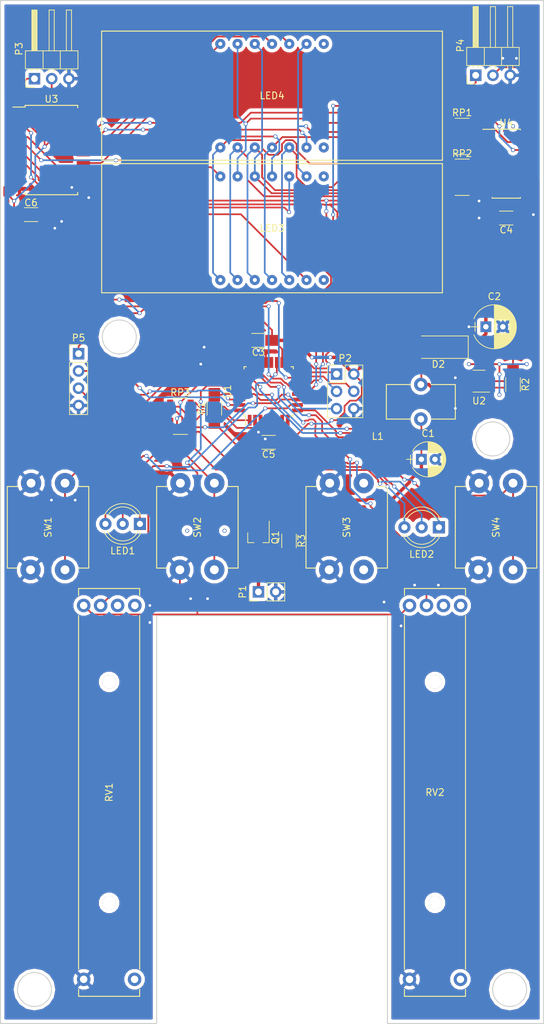
<source format=kicad_pcb>
(kicad_pcb (version 4) (host pcbnew 4.0.4-stable)
  (title_block (title "PWM Tester") (date 2017-09-22) (rev 0.3))
  (layers (0 F.Cu signal) (31 B.Cu signal) (34 B.Paste user) (35 F.Paste user) (36 B.SilkS user) (37 F.SilkS user) (38 B.Mask user) (39 F.Mask user) (44 Edge.Cuts user))
  (net 0 "")
  (net 1 "Net-(C1-Pad1)")
  (net 2 GND)
  (net 3 VCC)
  (net 4 "Net-(D2-Pad2)")
  (net 5 "Net-(LED1-Pad1)")
  (net 6 /BR1)
  (net 7 "Net-(LED1-Pad3)")
  (net 8 "Net-(LED2-Pad1)")
  (net 9 /BR2)
  (net 10 "Net-(LED2-Pad3)")
  (net 11 "Net-(LED3-Pad14)")
  (net 12 "Net-(LED3-Pad13)")
  (net 13 "Net-(LED3-Pad12)")
  (net 14 "Net-(LED3-Pad8)")
  (net 15 "Net-(LED3-Pad9)")
  (net 16 "Net-(LED3-Pad10)")
  (net 17 "Net-(LED3-Pad11)")
  (net 18 "Net-(LED3-Pad7)")
  (net 19 "Net-(LED3-Pad6)")
  (net 20 "Net-(LED3-Pad5)")
  (net 21 "Net-(LED3-Pad1)")
  (net 22 "Net-(LED3-Pad2)")
  (net 23 "Net-(LED3-Pad3)")
  (net 24 "Net-(LED3-Pad4)")
  (net 25 "Net-(LED4-Pad14)")
  (net 26 "Net-(LED4-Pad8)")
  (net 27 "Net-(LED4-Pad10)")
  (net 28 "Net-(LED4-Pad11)")
  (net 29 "Net-(LED4-Pad7)")
  (net 30 "Net-(LED4-Pad6)")
  (net 31 "Net-(P1-Pad1)")
  (net 32 /MISO)
  (net 33 /SCK)
  (net 34 /MOSI)
  (net 35 /Reset)
  (net 36 /PWM1)
  (net 37 /PWM2)
  (net 38 /TX)
  (net 39 /RX)
  (net 40 "Net-(Q1-Pad1)")
  (net 41 /VREG_SHDN)
  (net 42 "Net-(RP1-Pad7)")
  (net 43 "Net-(RP1-Pad8)")
  (net 44 "Net-(RP1-Pad5)")
  (net 45 "Net-(RP1-Pad6)")
  (net 46 "Net-(RP2-Pad7)")
  (net 47 "Net-(RP2-Pad8)")
  (net 48 "Net-(RP2-Pad5)")
  (net 49 "Net-(RP2-Pad6)")
  (net 50 /GREEN1)
  (net 51 /RED1)
  (net 52 /GREEN2)
  (net 53 /RED2)
  (net 54 /Speed1)
  (net 55 /PotPower)
  (net 56 /Speed2)
  (net 57 /PWM1_REV)
  (net 58 /PWM1_FWD)
  (net 59 /PWM2_REV)
  (net 60 /PWM2_FWD)
  (net 61 "Net-(U1-Pad7)")
  (net 62 "Net-(U1-Pad8)")
  (net 63 /SLOAD)
  (net 64 "Net-(U1-Pad20)")
  (net 65 "Net-(U2-Pad3)")
  (net 66 "Net-(U3-Pad1)")
  (net 67 "Net-(U3-Pad18)")
  (net 68 "Net-(U3-Pad20)")
  (net 69 "Net-(U4-Pad9)")
  (module Project16:Btn12x12 (layer F.Cu) (at 54.5 118 90)
    (fp_text reference SW1 (at 0 0 90) (layer F.SilkS))
    (fp_text value SW_PUSH)
    (pad 2 thru_hole circle (at 6.5 -2.5 90) (size 3 3) (drill 1.3) (layers *.Cu *.Mask) (net 2 GND))
    (pad 2 thru_hole circle (at -6.25 -2.58 90) (size 3 3) (drill 1.3) (layers *.Cu *.Mask) (net 2 GND))
    (pad 1 thru_hole circle (at 6.5 2.5 90) (size 3 3) (drill 1.3) (layers *.Cu *.Mask) (net 57 /PWM1_REV))
    (pad 1 thru_hole circle (at -6.25 2.5 90) (size 3 3) (drill 1.3) (layers *.Cu *.Mask) (net 57 /PWM1_REV))
  )
  (module Capacitors_ThroughHole:CP_Radial_D5.0mm_P2.00mm (layer F.Cu) (at 109.5 108)
    (fp_text reference C1 (at 1 -3.81) (layer F.SilkS))
    (fp_text value 10uF)
    (pad 1 thru_hole rect (at 0 0) (size 1.6 1.6) (drill 0.8) (layers *.Cu *.Mask) (net 1 "Net-(C1-Pad1)"))
    (pad 2 thru_hole circle (at 2 0) (size 1.6 1.6) (drill 0.8) (layers *.Cu *.Mask) (net 2 GND))
  )
  (module Capacitors_ThroughHole:CP_Radial_D6.3mm_P2.50mm (layer F.Cu) (at 119 88.5)
    (fp_text reference C2 (at 1.25 -4.46) (layer F.SilkS))
    (fp_text value 68uF)
    (pad 1 thru_hole rect (at 0 0) (size 1.6 1.6) (drill 0.8) (layers *.Cu *.Mask) (net 3 VCC))
    (pad 2 thru_hole circle (at 2.5 0) (size 1.6 1.6) (drill 0.8) (layers *.Cu *.Mask) (net 2 GND))
  )
  (module Capacitors_SMD:C_1206_HandSoldering (layer F.Cu) (at 85.5 90.5 180)
    (fp_text reference C3 (at 0 -1.75 180) (layer F.SilkS))
    (fp_text value 0.1uF)
    (pad 1 smd rect (at -2 0 180) (size 2 1.6) (layers F.Cu F.Paste F.Mask) (net 3 VCC))
    (pad 2 smd rect (at 2 0 180) (size 2 1.6) (layers F.Cu F.Paste F.Mask) (net 2 GND))
  )
  (module Capacitors_SMD:C_1206_HandSoldering (layer F.Cu) (at 122 72.5 180)
    (fp_text reference C4 (at 0 -1.75 180) (layer F.SilkS))
    (fp_text value 0.1uF)
    (pad 1 smd rect (at -2 0 180) (size 2 1.6) (layers F.Cu F.Paste F.Mask) (net 3 VCC))
    (pad 2 smd rect (at 2 0 180) (size 2 1.6) (layers F.Cu F.Paste F.Mask) (net 2 GND))
  )
  (module Capacitors_SMD:C_1206_HandSoldering (layer F.Cu) (at 87 105.5 180)
    (fp_text reference C5 (at 0 -1.75 180) (layer F.SilkS))
    (fp_text value 0.1uF)
    (pad 1 smd rect (at -2 0 180) (size 2 1.6) (layers F.Cu F.Paste F.Mask) (net 3 VCC))
    (pad 2 smd rect (at 2 0 180) (size 2 1.6) (layers F.Cu F.Paste F.Mask) (net 2 GND))
  )
  (module Diodes_SMD:D_SMA_Handsoldering (layer F.Cu) (at 112 91.5 180)
    (fp_text reference D2 (at 0 -2.5 180) (layer F.SilkS))
    (fp_text value MBRA140)
    (pad 1 smd rect (at -2.5 0 180) (size 3.5 1.8) (layers F.Cu F.Paste F.Mask) (net 3 VCC))
    (pad 2 smd rect (at 2.5 0 180) (size 3.5 1.8) (layers F.Cu F.Paste F.Mask) (net 4 "Net-(D2-Pad2)"))
  )
  (module Choke_Toroid_ThroughHole:Choke_Toroid_5x10mm_Vertical (layer F.Cu) (at 114.5 97 180)
    (fp_text reference L1 (at 11.43 -7.62 180) (layer F.SilkS))
    (fp_text value 47uH)
    (pad 1 thru_hole circle (at 5.08 0 180) (size 1.99898 1.99898) (drill 1.00076) (layers *.Cu *.Mask) (net 4 "Net-(D2-Pad2)"))
    (pad 2 thru_hole circle (at 5.08 -5.08 180) (size 1.99898 1.99898) (drill 1.00076) (layers *.Cu *.Mask) (net 1 "Net-(C1-Pad1)"))
  )
  (module LEDs:LED_D5.0mm-3 (layer F.Cu) (at 68.04 117.5 180)
    (fp_text reference LED1 (at 2.54 -3.96 180) (layer F.SilkS))
    (fp_text value RG)
    (pad 1 thru_hole rect (at 0 0 180) (size 1.8 1.8) (drill 0.9) (layers *.Cu *.Mask) (net 5 "Net-(LED1-Pad1)"))
    (pad 2 thru_hole circle (at 2.54 0 180) (size 1.8 1.8) (drill 0.9) (layers *.Cu *.Mask) (net 6 /BR1))
    (pad 3 thru_hole circle (at 5.08 0 180) (size 1.8 1.8) (drill 0.9) (layers *.Cu *.Mask) (net 7 "Net-(LED1-Pad3)"))
  )
  (module LEDs:LED_D5.0mm-3 (layer F.Cu) (at 112.08 118 180)
    (fp_text reference LED2 (at 2.54 -3.96 180) (layer F.SilkS))
    (fp_text value RG)
    (pad 1 thru_hole rect (at 0 0 180) (size 1.8 1.8) (drill 0.9) (layers *.Cu *.Mask) (net 8 "Net-(LED2-Pad1)"))
    (pad 2 thru_hole circle (at 2.54 0 180) (size 1.8 1.8) (drill 0.9) (layers *.Cu *.Mask) (net 9 /BR2))
    (pad 3 thru_hole circle (at 5.08 0 180) (size 1.8 1.8) (drill 0.9) (layers *.Cu *.Mask) (net 10 "Net-(LED2-Pad3)"))
  )
  (module Project16:7SegLedDisp4Digit (layer F.Cu) (at 87.5 74)
    (fp_text reference LED3 (at 0 0) (layer F.SilkS))
    (fp_text value LEDDisplayCA4)
    (pad 14 thru_hole circle (at -7.62 -7.62) (size 1.5 1.5) (drill 0.6) (layers *.Cu *.Mask) (net 11 "Net-(LED3-Pad14)"))
    (pad 13 thru_hole circle (at -5.08 -7.62) (size 1.5 1.5) (drill 0.6) (layers *.Cu *.Mask) (net 12 "Net-(LED3-Pad13)"))
    (pad 12 thru_hole circle (at -2.54 -7.62) (size 1.5 1.5) (drill 0.6) (layers *.Cu *.Mask) (net 13 "Net-(LED3-Pad12)"))
    (pad 8 thru_hole circle (at 7.62 -7.62) (size 1.5 1.5) (drill 0.6) (layers *.Cu *.Mask) (net 14 "Net-(LED3-Pad8)"))
    (pad 9 thru_hole circle (at 5.08 -7.62) (size 1.5 1.5) (drill 0.6) (layers *.Cu *.Mask) (net 15 "Net-(LED3-Pad9)"))
    (pad 10 thru_hole circle (at 2.54 -7.62) (size 1.5 1.5) (drill 0.6) (layers *.Cu *.Mask) (net 16 "Net-(LED3-Pad10)"))
    (pad 11 thru_hole circle (at 0 -7.62) (size 1.5 1.5) (drill 0.6) (layers *.Cu *.Mask) (net 17 "Net-(LED3-Pad11)"))
    (pad 7 thru_hole circle (at 7.62 7.62) (size 1.5 1.5) (drill 0.6) (layers *.Cu *.Mask) (net 18 "Net-(LED3-Pad7)"))
    (pad 6 thru_hole circle (at 5.08 7.62) (size 1.5 1.5) (drill 0.6) (layers *.Cu *.Mask) (net 19 "Net-(LED3-Pad6)"))
    (pad 5 thru_hole circle (at 2.54 7.62) (size 1.5 1.5) (drill 0.6) (layers *.Cu *.Mask) (net 20 "Net-(LED3-Pad5)"))
    (pad 1 thru_hole circle (at -7.62 7.62) (size 1.5 1.5) (drill 0.6) (layers *.Cu *.Mask) (net 21 "Net-(LED3-Pad1)"))
    (pad 2 thru_hole circle (at -5.08 7.62) (size 1.5 1.5) (drill 0.6) (layers *.Cu *.Mask) (net 22 "Net-(LED3-Pad2)"))
    (pad 3 thru_hole circle (at -2.54 7.62) (size 1.5 1.5) (drill 0.6) (layers *.Cu *.Mask) (net 23 "Net-(LED3-Pad3)"))
    (pad 4 thru_hole circle (at 0 7.62) (size 1.5 1.5) (drill 0.6) (layers *.Cu *.Mask) (net 24 "Net-(LED3-Pad4)"))
  )
  (module Project16:7SegLedDisp4Digit (layer F.Cu) (at 87.5 54.5)
    (fp_text reference LED4 (at 0 0) (layer F.SilkS))
    (fp_text value LEDDisplayCA4)
    (pad 14 thru_hole circle (at -7.62 -7.62) (size 1.5 1.5) (drill 0.6) (layers *.Cu *.Mask) (net 25 "Net-(LED4-Pad14)"))
    (pad 13 thru_hole circle (at -5.08 -7.62) (size 1.5 1.5) (drill 0.6) (layers *.Cu *.Mask) (net 12 "Net-(LED3-Pad13)"))
    (pad 12 thru_hole circle (at -2.54 -7.62) (size 1.5 1.5) (drill 0.6) (layers *.Cu *.Mask) (net 13 "Net-(LED3-Pad12)"))
    (pad 8 thru_hole circle (at 7.62 -7.62) (size 1.5 1.5) (drill 0.6) (layers *.Cu *.Mask) (net 26 "Net-(LED4-Pad8)"))
    (pad 9 thru_hole circle (at 5.08 -7.62) (size 1.5 1.5) (drill 0.6) (layers *.Cu *.Mask) (net 15 "Net-(LED3-Pad9)"))
    (pad 10 thru_hole circle (at 2.54 -7.62) (size 1.5 1.5) (drill 0.6) (layers *.Cu *.Mask) (net 27 "Net-(LED4-Pad10)"))
    (pad 11 thru_hole circle (at 0 -7.62) (size 1.5 1.5) (drill 0.6) (layers *.Cu *.Mask) (net 28 "Net-(LED4-Pad11)"))
    (pad 7 thru_hole circle (at 7.62 7.62) (size 1.5 1.5) (drill 0.6) (layers *.Cu *.Mask) (net 29 "Net-(LED4-Pad7)"))
    (pad 6 thru_hole circle (at 5.08 7.62) (size 1.5 1.5) (drill 0.6) (layers *.Cu *.Mask) (net 30 "Net-(LED4-Pad6)"))
    (pad 5 thru_hole circle (at 2.54 7.62) (size 1.5 1.5) (drill 0.6) (layers *.Cu *.Mask) (net 20 "Net-(LED3-Pad5)"))
    (pad 1 thru_hole circle (at -7.62 7.62) (size 1.5 1.5) (drill 0.6) (layers *.Cu *.Mask) (net 21 "Net-(LED3-Pad1)"))
    (pad 2 thru_hole circle (at -5.08 7.62) (size 1.5 1.5) (drill 0.6) (layers *.Cu *.Mask) (net 22 "Net-(LED3-Pad2)"))
    (pad 3 thru_hole circle (at -2.54 7.62) (size 1.5 1.5) (drill 0.6) (layers *.Cu *.Mask) (net 23 "Net-(LED3-Pad3)"))
    (pad 4 thru_hole circle (at 0 7.62) (size 1.5 1.5) (drill 0.6) (layers *.Cu *.Mask) (net 24 "Net-(LED3-Pad4)"))
  )
  (module Pin_Headers:Pin_Header_Straight_1x02_Pitch2.54mm (layer F.Cu) (at 85.5 127.5 90)
    (fp_text reference P1 (at 0 -2.33 90) (layer F.SilkS))
    (fp_text value "2 AA Batt")
    (pad 1 thru_hole rect (at 0 0 90) (size 1.7 1.7) (drill 1) (layers *.Cu *.Mask) (net 31 "Net-(P1-Pad1)"))
    (pad 2 thru_hole oval (at 0 2.54 90) (size 1.7 1.7) (drill 1) (layers *.Cu *.Mask) (net 2 GND))
  )
  (module Pin_Headers:Pin_Header_Straight_2x03_Pitch2.54mm (layer F.Cu) (at 97 95.46)
    (fp_text reference P2 (at 1.27 -2.33) (layer F.SilkS))
    (fp_text value ICSP)
    (pad 1 thru_hole rect (at 0 0) (size 1.7 1.7) (drill 1) (layers *.Cu *.Mask) (net 32 /MISO))
    (pad 2 thru_hole oval (at 2.54 0) (size 1.7 1.7) (drill 1) (layers *.Cu *.Mask) (net 3 VCC))
    (pad 3 thru_hole oval (at 0 2.54) (size 1.7 1.7) (drill 1) (layers *.Cu *.Mask) (net 33 /SCK))
    (pad 4 thru_hole oval (at 2.54 2.54) (size 1.7 1.7) (drill 1) (layers *.Cu *.Mask) (net 34 /MOSI))
    (pad 5 thru_hole oval (at 0 5.08) (size 1.7 1.7) (drill 1) (layers *.Cu *.Mask) (net 35 /Reset))
    (pad 6 thru_hole oval (at 2.54 5.08) (size 1.7 1.7) (drill 1) (layers *.Cu *.Mask) (net 2 GND))
  )
  (module Pin_Headers:Pin_Header_Angled_1x03_Pitch2.54mm (layer F.Cu) (at 52.5 52 90)
    (fp_text reference P3 (at 4.385 -2.27 90) (layer F.SilkS))
    (fp_text value PWM1)
    (pad 1 thru_hole rect (at 0 0 90) (size 1.7 1.7) (drill 1) (layers *.Cu *.Mask) (net 36 /PWM1))
    (pad 2 thru_hole oval (at 0 2.54 90) (size 1.7 1.7) (drill 1) (layers *.Cu *.Mask) (net 3 VCC))
    (pad 3 thru_hole oval (at 0 5.08 90) (size 1.7 1.7) (drill 1) (layers *.Cu *.Mask) (net 2 GND))
  )
  (module Pin_Headers:Pin_Header_Angled_1x03_Pitch2.54mm (layer F.Cu) (at 117.5 51.5 90)
    (fp_text reference P4 (at 4.385 -2.27 90) (layer F.SilkS))
    (fp_text value PWM2)
    (pad 1 thru_hole rect (at 0 0 90) (size 1.7 1.7) (drill 1) (layers *.Cu *.Mask) (net 37 /PWM2))
    (pad 2 thru_hole oval (at 0 2.54 90) (size 1.7 1.7) (drill 1) (layers *.Cu *.Mask) (net 3 VCC))
    (pad 3 thru_hole oval (at 0 5.08 90) (size 1.7 1.7) (drill 1) (layers *.Cu *.Mask) (net 2 GND))
  )
  (module Pin_Headers:Pin_Header_Straight_1x04_Pitch2.54mm (layer F.Cu) (at 59 92.46)
    (fp_text reference P5 (at 0 -2.33) (layer F.SilkS))
    (fp_text value "Serial Debug")
    (pad 1 thru_hole rect (at 0 0) (size 1.7 1.7) (drill 1) (layers *.Cu *.Mask) (net 3 VCC))
    (pad 2 thru_hole oval (at 0 2.54) (size 1.7 1.7) (drill 1) (layers *.Cu *.Mask) (net 38 /TX))
    (pad 3 thru_hole oval (at 0 5.08) (size 1.7 1.7) (drill 1) (layers *.Cu *.Mask) (net 39 /RX))
    (pad 4 thru_hole oval (at 0 7.62) (size 1.7 1.7) (drill 1) (layers *.Cu *.Mask) (net 2 GND))
  )
  (module TO_SOT_Packages_SMD:SOT-23_Handsoldering (layer F.Cu) (at 85.5 119.5 270)
    (fp_text reference Q1 (at 0 -2.5 270) (layer F.SilkS))
    (fp_text value SI2315)
    (pad 1 smd rect (at -1.5 -0.95 270) (size 1.9 0.8) (layers F.Cu F.Paste F.Mask) (net 40 "Net-(Q1-Pad1)"))
    (pad 2 smd rect (at -1.5 0.95 270) (size 1.9 0.8) (layers F.Cu F.Paste F.Mask) (net 1 "Net-(C1-Pad1)"))
    (pad 3 smd rect (at 1.5 0 270) (size 1.9 0.8) (layers F.Cu F.Paste F.Mask) (net 31 "Net-(P1-Pad1)"))
  )
  (module Resistors_SMD:R_1206_HandSoldering (layer F.Cu) (at 79 100.5 90)
    (fp_text reference R1 (at 0 -1.85 90) (layer F.SilkS))
    (fp_text value 10k)
    (pad 1 smd rect (at -2 0 90) (size 2 1.7) (layers F.Cu F.Paste F.Mask) (net 3 VCC))
    (pad 2 smd rect (at 2 0 90) (size 2 1.7) (layers F.Cu F.Paste F.Mask) (net 35 /Reset))
  )
  (module Resistors_SMD:R_1206_HandSoldering (layer F.Cu) (at 123 97 270)
    (fp_text reference R2 (at 0 -1.85 270) (layer F.SilkS))
    (fp_text value 10k)
    (pad 1 smd rect (at -2 0 270) (size 2 1.7) (layers F.Cu F.Paste F.Mask) (net 3 VCC))
    (pad 2 smd rect (at 2 0 270) (size 2 1.7) (layers F.Cu F.Paste F.Mask) (net 41 /VREG_SHDN))
  )
  (module Resistors_SMD:R_1206_HandSoldering (layer F.Cu) (at 90 120 270)
    (fp_text reference R3 (at 0 -1.85 270) (layer F.SilkS))
    (fp_text value 10k)
    (pad 1 smd rect (at -2 0 270) (size 2 1.7) (layers F.Cu F.Paste F.Mask) (net 40 "Net-(Q1-Pad1)"))
    (pad 2 smd rect (at 2 0 270) (size 2 1.7) (layers F.Cu F.Paste F.Mask) (net 2 GND))
  )
  (module Resistors_SMD:R_Array_Convex_4x1206 (layer F.Cu) (at 115.5 60.5)
    (fp_text reference RP1 (at 0 -3.5) (layer F.SilkS))
    (fp_text value 1k)
    (pad 1 smd rect (at -1.5 -2) (size 0.9 0.9) (layers F.Cu F.Paste F.Mask) (net 12 "Net-(LED3-Pad13)"))
    (pad 4 smd rect (at -1.5 2) (size 0.9 0.9) (layers F.Cu F.Paste F.Mask) (net 22 "Net-(LED3-Pad2)"))
    (pad 2 smd rect (at -1.5 -0.66) (size 0.9 0.9) (layers F.Cu F.Paste F.Mask) (net 15 "Net-(LED3-Pad9)"))
    (pad 3 smd rect (at -1.5 0.66) (size 0.9 0.9) (layers F.Cu F.Paste F.Mask) (net 24 "Net-(LED3-Pad4)"))
    (pad 7 smd rect (at 1.5 -0.66) (size 0.9 0.9) (layers F.Cu F.Paste F.Mask) (net 42 "Net-(RP1-Pad7)"))
    (pad 8 smd rect (at 1.5 -2) (size 0.9 0.9) (layers F.Cu F.Paste F.Mask) (net 43 "Net-(RP1-Pad8)"))
    (pad 5 smd rect (at 1.5 2) (size 0.9 0.9) (layers F.Cu F.Paste F.Mask) (net 44 "Net-(RP1-Pad5)"))
    (pad 6 smd rect (at 1.5 0.66) (size 0.9 0.9) (layers F.Cu F.Paste F.Mask) (net 45 "Net-(RP1-Pad6)"))
  )
  (module Resistors_SMD:R_Array_Convex_4x1206 (layer F.Cu) (at 115.5 66.5)
    (fp_text reference RP2 (at 0 -3.5) (layer F.SilkS))
    (fp_text value 1k)
    (pad 1 smd rect (at -1.5 -2) (size 0.9 0.9) (layers F.Cu F.Paste F.Mask) (net 21 "Net-(LED3-Pad1)"))
    (pad 4 smd rect (at -1.5 2) (size 0.9 0.9) (layers F.Cu F.Paste F.Mask) (net 23 "Net-(LED3-Pad3)"))
    (pad 2 smd rect (at -1.5 -0.66) (size 0.9 0.9) (layers F.Cu F.Paste F.Mask) (net 13 "Net-(LED3-Pad12)"))
    (pad 3 smd rect (at -1.5 0.66) (size 0.9 0.9) (layers F.Cu F.Paste F.Mask) (net 20 "Net-(LED3-Pad5)"))
    (pad 7 smd rect (at 1.5 -0.66) (size 0.9 0.9) (layers F.Cu F.Paste F.Mask) (net 46 "Net-(RP2-Pad7)"))
    (pad 8 smd rect (at 1.5 -2) (size 0.9 0.9) (layers F.Cu F.Paste F.Mask) (net 47 "Net-(RP2-Pad8)"))
    (pad 5 smd rect (at 1.5 2) (size 0.9 0.9) (layers F.Cu F.Paste F.Mask) (net 48 "Net-(RP2-Pad5)"))
    (pad 6 smd rect (at 1.5 0.66) (size 0.9 0.9) (layers F.Cu F.Paste F.Mask) (net 49 "Net-(RP2-Pad6)"))
  )
  (module Resistors_SMD:R_Array_Convex_4x1206 (layer F.Cu) (at 74 101.66)
    (fp_text reference RP3 (at 0 -3.5) (layer F.SilkS))
    (fp_text value 1k)
    (pad 1 smd rect (at -1.5 -2) (size 0.9 0.9) (layers F.Cu F.Paste F.Mask) (net 10 "Net-(LED2-Pad3)"))
    (pad 4 smd rect (at -1.5 2) (size 0.9 0.9) (layers F.Cu F.Paste F.Mask) (net 5 "Net-(LED1-Pad1)"))
    (pad 2 smd rect (at -1.5 -0.66) (size 0.9 0.9) (layers F.Cu F.Paste F.Mask) (net 8 "Net-(LED2-Pad1)"))
    (pad 3 smd rect (at -1.5 0.66) (size 0.9 0.9) (layers F.Cu F.Paste F.Mask) (net 7 "Net-(LED1-Pad3)"))
    (pad 7 smd rect (at 1.5 -0.66) (size 0.9 0.9) (layers F.Cu F.Paste F.Mask) (net 52 /GREEN2))
    (pad 8 smd rect (at 1.5 -2) (size 0.9 0.9) (layers F.Cu F.Paste F.Mask) (net 53 /RED2))
    (pad 5 smd rect (at 1.5 2) (size 0.9 0.9) (layers F.Cu F.Paste F.Mask) (net 50 /GREEN1))
    (pad 6 smd rect (at 1.5 0.66) (size 0.9 0.9) (layers F.Cu F.Paste F.Mask) (net 51 /RED1))
  )
  (module Project16:45mmSlidePot (layer F.Cu) (at 63.5 157 270)
    (fp_text reference RV1 (at 0 0 270) (layer F.SilkS))
    (fp_text value POT)
    (pad "" thru_hole circle (at 27.5 -3.75 270) (size 2 2) (drill 1.1) (layers *.Cu *.Mask))
    (pad 3 thru_hole circle (at 27.5 3.75 270) (size 2 2) (drill 1.1) (layers *.Cu *.Mask) (net 2 GND))
    (pad "" thru_hole circle (at 16.25 0 270) (size 2 2) (drill 2) (layers *.Cu *.Mask))
    (pad "" thru_hole circle (at -27.5 -3.79 270) (size 2 2) (drill 1.1) (layers *.Cu *.Mask))
    (pad "" thru_hole circle (at -27.5 -1.25 270) (size 2 2) (drill 1.1) (layers *.Cu *.Mask))
    (pad 2 thru_hole circle (at -27.5 1.25 270) (size 2 2) (drill 1.1) (layers *.Cu *.Mask) (net 54 /Speed1))
    (pad 1 thru_hole circle (at -27.5 3.75 270) (size 2 2) (drill 1.1) (layers *.Cu *.Mask) (net 55 /PotPower))
    (pad "" thru_hole circle (at -16.25 0 270) (size 2 2) (drill 2) (layers *.Cu *.Mask))
  )
  (module Project16:45mmSlidePot (layer F.Cu) (at 111.5 157 270)
    (fp_text reference RV2 (at 0 0 360) (layer F.SilkS))
    (fp_text value POT)
    (pad "" thru_hole circle (at 27.5 -3.75 270) (size 2 2) (drill 1.1) (layers *.Cu *.Mask))
    (pad 3 thru_hole circle (at 27.5 3.75 270) (size 2 2) (drill 1.1) (layers *.Cu *.Mask) (net 2 GND))
    (pad "" thru_hole circle (at 16.25 0 270) (size 2 2) (drill 2) (layers *.Cu *.Mask))
    (pad "" thru_hole circle (at -27.5 -3.79 270) (size 2 2) (drill 1.1) (layers *.Cu *.Mask))
    (pad "" thru_hole circle (at -27.5 -1.25 270) (size 2 2) (drill 1.1) (layers *.Cu *.Mask))
    (pad 2 thru_hole circle (at -27.5 1.25 270) (size 2 2) (drill 1.1) (layers *.Cu *.Mask) (net 56 /Speed2))
    (pad 1 thru_hole circle (at -27.5 3.75 270) (size 2 2) (drill 1.1) (layers *.Cu *.Mask) (net 55 /PotPower))
    (pad "" thru_hole circle (at -16.25 0 270) (size 2 2) (drill 2) (layers *.Cu *.Mask))
  )
  (module Housings_QFP:TQFP-32_7x7mm_Pitch0.8mm (layer F.Cu) (at 87 98 90)
    (fp_text reference U1 (at 0 -6.05 90) (layer F.SilkS))
    (fp_text value ATMEGA328P-A)
    (pad 1 smd rect (at -4.25 -2.8 90) (size 1.6 0.55) (layers F.Cu F.Paste F.Mask) (net 52 /GREEN2))
    (pad 2 smd rect (at -4.25 -2 90) (size 1.6 0.55) (layers F.Cu F.Paste F.Mask) (net 51 /RED1))
    (pad 3 smd rect (at -4.25 -1.2 90) (size 1.6 0.55) (layers F.Cu F.Paste F.Mask) (net 2 GND))
    (pad 4 smd rect (at -4.25 -0.4 90) (size 1.6 0.55) (layers F.Cu F.Paste F.Mask) (net 3 VCC))
    (pad 5 smd rect (at -4.25 0.4 90) (size 1.6 0.55) (layers F.Cu F.Paste F.Mask) (net 2 GND))
    (pad 6 smd rect (at -4.25 1.2 90) (size 1.6 0.55) (layers F.Cu F.Paste F.Mask) (net 3 VCC))
    (pad 7 smd rect (at -4.25 2 90) (size 1.6 0.55) (layers F.Cu F.Paste F.Mask) (net 61 "Net-(U1-Pad7)"))
    (pad 8 smd rect (at -4.25 2.8 90) (size 1.6 0.55) (layers F.Cu F.Paste F.Mask) (net 62 "Net-(U1-Pad8)"))
    (pad 9 smd rect (at -2.8 4.25 180) (size 1.6 0.55) (layers F.Cu F.Paste F.Mask) (net 9 /BR2))
    (pad 10 smd rect (at -2 4.25 180) (size 1.6 0.55) (layers F.Cu F.Paste F.Mask) (net 6 /BR1))
    (pad 11 smd rect (at -1.2 4.25 180) (size 1.6 0.55) (layers F.Cu F.Paste F.Mask) (net 50 /GREEN1))
    (pad 12 smd rect (at -0.4 4.25 180) (size 1.6 0.55) (layers F.Cu F.Paste F.Mask) (net 63 /SLOAD))
    (pad 13 smd rect (at 0.4 4.25 180) (size 1.6 0.55) (layers F.Cu F.Paste F.Mask) (net 36 /PWM1))
    (pad 14 smd rect (at 1.2 4.25 180) (size 1.6 0.55) (layers F.Cu F.Paste F.Mask) (net 37 /PWM2))
    (pad 15 smd rect (at 2 4.25 180) (size 1.6 0.55) (layers F.Cu F.Paste F.Mask) (net 34 /MOSI))
    (pad 16 smd rect (at 2.8 4.25 180) (size 1.6 0.55) (layers F.Cu F.Paste F.Mask) (net 32 /MISO))
    (pad 17 smd rect (at 4.25 2.8 90) (size 1.6 0.55) (layers F.Cu F.Paste F.Mask) (net 33 /SCK))
    (pad 18 smd rect (at 4.25 2 90) (size 1.6 0.55) (layers F.Cu F.Paste F.Mask) (net 3 VCC))
    (pad 19 smd rect (at 4.25 1.2 90) (size 1.6 0.55) (layers F.Cu F.Paste F.Mask) (net 54 /Speed1))
    (pad 20 smd rect (at 4.25 0.4 90) (size 1.6 0.55) (layers F.Cu F.Paste F.Mask) (net 64 "Net-(U1-Pad20)"))
    (pad 21 smd rect (at 4.25 -0.4 90) (size 1.6 0.55) (layers F.Cu F.Paste F.Mask) (net 2 GND))
    (pad 22 smd rect (at 4.25 -1.2 90) (size 1.6 0.55) (layers F.Cu F.Paste F.Mask) (net 56 /Speed2))
    (pad 23 smd rect (at 4.25 -2 90) (size 1.6 0.55) (layers F.Cu F.Paste F.Mask) (net 57 /PWM1_REV))
    (pad 24 smd rect (at 4.25 -2.8 90) (size 1.6 0.55) (layers F.Cu F.Paste F.Mask) (net 58 /PWM1_FWD))
    (pad 25 smd rect (at 2.8 -4.25 180) (size 1.6 0.55) (layers F.Cu F.Paste F.Mask) (net 59 /PWM2_REV))
    (pad 26 smd rect (at 2 -4.25 180) (size 1.6 0.55) (layers F.Cu F.Paste F.Mask) (net 60 /PWM2_FWD))
    (pad 27 smd rect (at 1.2 -4.25 180) (size 1.6 0.55) (layers F.Cu F.Paste F.Mask) (net 41 /VREG_SHDN))
    (pad 28 smd rect (at 0.4 -4.25 180) (size 1.6 0.55) (layers F.Cu F.Paste F.Mask) (net 55 /PotPower))
    (pad 29 smd rect (at -0.4 -4.25 180) (size 1.6 0.55) (layers F.Cu F.Paste F.Mask) (net 35 /Reset))
    (pad 30 smd rect (at -1.2 -4.25 180) (size 1.6 0.55) (layers F.Cu F.Paste F.Mask) (net 39 /RX))
    (pad 31 smd rect (at -2 -4.25 180) (size 1.6 0.55) (layers F.Cu F.Paste F.Mask) (net 38 /TX))
    (pad 32 smd rect (at -2.8 -4.25 180) (size 1.6 0.55) (layers F.Cu F.Paste F.Mask) (net 53 /RED2))
  )
  (module TO_SOT_Packages_SMD:SOT-23-5_HandSoldering (layer F.Cu) (at 118 96.5 180)
    (fp_text reference U2 (at 0 -2.9 180) (layer F.SilkS))
    (fp_text value NCP1402)
    (pad 1 smd rect (at -1.35 -0.95 180) (size 1.56 0.65) (layers F.Cu F.Paste F.Mask) (net 41 /VREG_SHDN))
    (pad 2 smd rect (at -1.35 0 180) (size 1.56 0.65) (layers F.Cu F.Paste F.Mask) (net 3 VCC))
    (pad 3 smd rect (at -1.35 0.95 180) (size 1.56 0.65) (layers F.Cu F.Paste F.Mask) (net 65 "Net-(U2-Pad3)"))
    (pad 4 smd rect (at 1.35 0.95 180) (size 1.56 0.65) (layers F.Cu F.Paste F.Mask) (net 2 GND))
    (pad 5 smd rect (at 1.35 -0.95 180) (size 1.56 0.65) (layers F.Cu F.Paste F.Mask) (net 4 "Net-(D2-Pad2)"))
  )
  (module Housings_SOIC:SOIC-20W_7.5x12.8mm_Pitch1.27mm (layer F.Cu) (at 55 62.5)
    (fp_text reference U3 (at 0 -7.5) (layer F.SilkS))
    (fp_text value TPIC6X595)
    (pad 1 smd rect (at -4.7 -5.715) (size 1.95 0.6) (layers F.Cu F.Paste F.Mask) (net 66 "Net-(U3-Pad1)"))
    (pad 2 smd rect (at -4.7 -4.445) (size 1.95 0.6) (layers F.Cu F.Paste F.Mask) (net 3 VCC))
    (pad 3 smd rect (at -4.7 -3.175) (size 1.95 0.6) (layers F.Cu F.Paste F.Mask) (net 34 /MOSI))
    (pad 4 smd rect (at -4.7 -1.905) (size 1.95 0.6) (layers F.Cu F.Paste F.Mask) (net 11 "Net-(LED3-Pad14)"))
    (pad 5 smd rect (at -4.7 -0.635) (size 1.95 0.6) (layers F.Cu F.Paste F.Mask) (net 17 "Net-(LED3-Pad11)"))
    (pad 6 smd rect (at -4.7 0.635) (size 1.95 0.6) (layers F.Cu F.Paste F.Mask) (net 16 "Net-(LED3-Pad10)"))
    (pad 7 smd rect (at -4.7 1.905) (size 1.95 0.6) (layers F.Cu F.Paste F.Mask) (net 19 "Net-(LED3-Pad6)"))
    (pad 8 smd rect (at -4.7 3.175) (size 1.95 0.6) (layers F.Cu F.Paste F.Mask) (net 3 VCC))
    (pad 9 smd rect (at -4.7 4.445) (size 1.95 0.6) (layers F.Cu F.Paste F.Mask) (net 3 VCC))
    (pad 10 smd rect (at -4.7 5.715) (size 1.95 0.6) (layers F.Cu F.Paste F.Mask) (net 2 GND))
    (pad 11 smd rect (at 4.7 5.715) (size 1.95 0.6) (layers F.Cu F.Paste F.Mask) (net 2 GND))
    (pad 12 smd rect (at 4.7 4.445) (size 1.95 0.6) (layers F.Cu F.Paste F.Mask) (net 63 /SLOAD))
    (pad 13 smd rect (at 4.7 3.175) (size 1.95 0.6) (layers F.Cu F.Paste F.Mask) (net 33 /SCK))
    (pad 14 smd rect (at 4.7 1.905) (size 1.95 0.6) (layers F.Cu F.Paste F.Mask) (net 25 "Net-(LED4-Pad14)"))
    (pad 15 smd rect (at 4.7 0.635) (size 1.95 0.6) (layers F.Cu F.Paste F.Mask) (net 28 "Net-(LED4-Pad11)"))
    (pad 16 smd rect (at 4.7 -0.635) (size 1.95 0.6) (layers F.Cu F.Paste F.Mask) (net 27 "Net-(LED4-Pad10)"))
    (pad 17 smd rect (at 4.7 -1.905) (size 1.95 0.6) (layers F.Cu F.Paste F.Mask) (net 30 "Net-(LED4-Pad6)"))
    (pad 18 smd rect (at 4.7 -3.175) (size 1.95 0.6) (layers F.Cu F.Paste F.Mask) (net 67 "Net-(U3-Pad18)"))
    (pad 19 smd rect (at 4.7 -4.445) (size 1.95 0.6) (layers F.Cu F.Paste F.Mask) (net 2 GND))
    (pad 20 smd rect (at 4.7 -5.715) (size 1.95 0.6) (layers F.Cu F.Paste F.Mask) (net 68 "Net-(U3-Pad20)"))
  )
  (module Housings_SOIC:SOIC-16_3.9x9.9mm_Pitch1.27mm (layer F.Cu) (at 122 64.5)
    (fp_text reference U4 (at 0 -6) (layer F.SilkS))
    (fp_text value 74HC595)
    (pad 1 smd rect (at -2.7 -4.445) (size 1.5 0.6) (layers F.Cu F.Paste F.Mask) (net 42 "Net-(RP1-Pad7)"))
    (pad 2 smd rect (at -2.7 -3.175) (size 1.5 0.6) (layers F.Cu F.Paste F.Mask) (net 45 "Net-(RP1-Pad6)"))
    (pad 3 smd rect (at -2.7 -1.905) (size 1.5 0.6) (layers F.Cu F.Paste F.Mask) (net 44 "Net-(RP1-Pad5)"))
    (pad 4 smd rect (at -2.7 -0.635) (size 1.5 0.6) (layers F.Cu F.Paste F.Mask) (net 47 "Net-(RP2-Pad8)"))
    (pad 5 smd rect (at -2.7 0.635) (size 1.5 0.6) (layers F.Cu F.Paste F.Mask) (net 46 "Net-(RP2-Pad7)"))
    (pad 6 smd rect (at -2.7 1.905) (size 1.5 0.6) (layers F.Cu F.Paste F.Mask) (net 49 "Net-(RP2-Pad6)"))
    (pad 7 smd rect (at -2.7 3.175) (size 1.5 0.6) (layers F.Cu F.Paste F.Mask) (net 48 "Net-(RP2-Pad5)"))
    (pad 8 smd rect (at -2.7 4.445) (size 1.5 0.6) (layers F.Cu F.Paste F.Mask) (net 2 GND))
    (pad 9 smd rect (at 2.7 4.445) (size 1.5 0.6) (layers F.Cu F.Paste F.Mask) (net 69 "Net-(U4-Pad9)"))
    (pad 10 smd rect (at 2.7 3.175) (size 1.5 0.6) (layers F.Cu F.Paste F.Mask) (net 3 VCC))
    (pad 11 smd rect (at 2.7 1.905) (size 1.5 0.6) (layers F.Cu F.Paste F.Mask) (net 33 /SCK))
    (pad 12 smd rect (at 2.7 0.635) (size 1.5 0.6) (layers F.Cu F.Paste F.Mask) (net 63 /SLOAD))
    (pad 13 smd rect (at 2.7 -0.635) (size 1.5 0.6) (layers F.Cu F.Paste F.Mask) (net 3 VCC))
    (pad 14 smd rect (at 2.7 -1.905) (size 1.5 0.6) (layers F.Cu F.Paste F.Mask) (net 67 "Net-(U3-Pad18)"))
    (pad 15 smd rect (at 2.7 -3.175) (size 1.5 0.6) (layers F.Cu F.Paste F.Mask) (net 43 "Net-(RP1-Pad8)"))
    (pad 16 smd rect (at 2.7 -4.445) (size 1.5 0.6) (layers F.Cu F.Paste F.Mask) (net 3 VCC))
  )
  (module Project16:Btn12x12 (layer F.Cu) (at 76.5 118 90)
    (fp_text reference SW2 (at 0 0 90) (layer F.SilkS))
    (fp_text value SW_PUSH)
    (pad 2 thru_hole circle (at 6.5 -2.5 90) (size 3 3) (drill 1.3) (layers *.Cu *.Mask) (net 2 GND))
    (pad 2 thru_hole circle (at -6.25 -2.58 90) (size 3 3) (drill 1.3) (layers *.Cu *.Mask) (net 2 GND))
    (pad 1 thru_hole circle (at 6.5 2.5 90) (size 3 3) (drill 1.3) (layers *.Cu *.Mask) (net 58 /PWM1_FWD))
    (pad 1 thru_hole circle (at -6.25 2.5 90) (size 3 3) (drill 1.3) (layers *.Cu *.Mask) (net 58 /PWM1_FWD))
  )
  (module Project16:Btn12x12 (layer F.Cu) (at 98.5 118 90)
    (fp_text reference SW3 (at 0 0 90) (layer F.SilkS))
    (fp_text value SW_PUSH)
    (pad 2 thru_hole circle (at 6.5 -2.5 90) (size 3 3) (drill 1.3) (layers *.Cu *.Mask) (net 2 GND))
    (pad 2 thru_hole circle (at -6.25 -2.58 90) (size 3 3) (drill 1.3) (layers *.Cu *.Mask) (net 2 GND))
    (pad 1 thru_hole circle (at 6.5 2.5 90) (size 3 3) (drill 1.3) (layers *.Cu *.Mask) (net 59 /PWM2_REV))
    (pad 1 thru_hole circle (at -6.25 2.5 90) (size 3 3) (drill 1.3) (layers *.Cu *.Mask) (net 59 /PWM2_REV))
  )
  (module Project16:Btn12x12 (layer F.Cu) (at 120.5 118 90)
    (fp_text reference SW4 (at 0 0 90) (layer F.SilkS))
    (fp_text value SW_PUSH)
    (pad 2 thru_hole circle (at 6.5 -2.5 90) (size 3 3) (drill 1.3) (layers *.Cu *.Mask) (net 2 GND))
    (pad 2 thru_hole circle (at -6.25 -2.58 90) (size 3 3) (drill 1.3) (layers *.Cu *.Mask) (net 2 GND))
    (pad 1 thru_hole circle (at 6.5 2.5 90) (size 3 3) (drill 1.3) (layers *.Cu *.Mask) (net 60 /PWM2_FWD))
    (pad 1 thru_hole circle (at -6.25 2.5 90) (size 3 3) (drill 1.3) (layers *.Cu *.Mask) (net 60 /PWM2_FWD))
  )
  (module Capacitors_SMD:C_1206_HandSoldering (layer F.Cu) (at 52 72)
    (fp_text reference C6 (at 0 -1.75) (layer F.SilkS))
    (fp_text value 0.1uF)
    (pad 1 smd rect (at -2 0) (size 2 1.6) (layers F.Cu F.Paste F.Mask) (net 3 VCC))
    (pad 2 smd rect (at 2 0) (size 2 1.6) (layers F.Cu F.Paste F.Mask) (net 2 GND))
  )
  (gr_circle (center 120 105) (end 120 107.5) (layer Edge.Cuts) (width 0.15))
  (gr_circle (center 65 90) (end 65 87.5) (layer Edge.Cuts) (width 0.15))
  (gr_circle (center 122.5 186) (end 122.5 188.5) (layer Edge.Cuts) (width 0.15))
  (gr_circle (center 52.5 186) (end 52.5 188.5) (layer Edge.Cuts) (width 0.15))
  (gr_line (start 47.5 191) (end 70.5 191) (angle 90) (layer Edge.Cuts) (width 0.15))
  (gr_line (start 47.5 40.5) (end 47.5 191) (angle 90) (layer Edge.Cuts) (width 0.15))
  (gr_line (start 127.5 40.5) (end 47.5 40.5) (angle 90) (layer Edge.Cuts) (width 0.15))
  (gr_line (start 127.5 191) (end 127.5 40.5) (angle 90) (layer Edge.Cuts) (width 0.15))
  (gr_line (start 104.5 191) (end 127.5 191) (angle 90) (layer Edge.Cuts) (width 0.15))
  (gr_line (start 104.5 131) (end 104.5 191) (angle 90) (layer Edge.Cuts) (width 0.15))
  (gr_line (start 87.5 131) (end 104.5 131) (angle 90) (layer Edge.Cuts) (width 0.15))
  (gr_line (start 70.5 131) (end 70.5 191) (angle 90) (layer Edge.Cuts) (width 0.15))
  (gr_line (start 87.5 131) (end 70.5 131) (angle 90) (layer Edge.Cuts) (width 0.15))
  (via (at 123 59) (size 0.6) (drill 0.4) (layers F.Cu B.Cu) (net 0))
  (via (at 80.5 118.5) (size 0.6) (drill 0.4) (layers F.Cu B.Cu) (net 0))
  (via (at 75 118.5) (size 0.6) (drill 0.4) (layers F.Cu B.Cu) (net 0))
  (segment (start 121 95.5) (end 121 98.5) (width 0.25) (layer B.Cu) (net 0))
  (via (at 121 98.5) (size 0.6) (drill 0.4) (layers F.Cu B.Cu) (net 0))
  (segment (start 121 94) (end 121 95.5) (width 0.25) (layer F.Cu) (net 0))
  (via (at 121 95.5) (size 0.6) (drill 0.4) (layers F.Cu B.Cu) (net 0))
  (segment (start 121 94) (end 125 94) (width 0.25) (layer B.Cu) (net 0))
  (via (at 125 94) (size 0.6) (drill 0.4) (layers F.Cu B.Cu) (net 0))
  (segment (start 116.5 94) (end 121 94) (width 0.25) (layer F.Cu) (net 0))
  (via (at 121 94) (size 0.6) (drill 0.4) (layers F.Cu B.Cu) (net 0))
  (segment (start 116.65 94.15) (end 116.5 94) (width 0.25) (layer F.Cu) (net 0))
  (via (at 116.5 94) (size 0.6) (drill 0.4) (layers F.Cu B.Cu) (net 0))
  (segment (start 84.55 117.45) (end 84.55 118) (width 0.5) (layer F.Cu) (net 1))
  (segment (start 101.389998 114) (end 88 114) (width 0.5) (layer F.Cu) (net 1))
  (segment (start 105.360005 113.749999) (end 101.639999 113.749999) (width 0.5) (layer F.Cu) (net 1))
  (segment (start 88 114) (end 84.55 117.45) (width 0.5) (layer F.Cu) (net 1))
  (segment (start 107.749999 111.139999) (end 107.749999 111.360005) (width 0.5) (layer F.Cu) (net 1))
  (segment (start 109.5 109.389998) (end 107.749999 111.139999) (width 0.5) (layer F.Cu) (net 1))
  (segment (start 101.639999 113.749999) (end 101.389998 114) (width 0.5) (layer F.Cu) (net 1))
  (segment (start 109.5 108) (end 109.5 109.389998) (width 0.5) (layer F.Cu) (net 1))
  (segment (start 107.749999 111.360005) (end 105.360005 113.749999) (width 0.5) (layer F.Cu) (net 1))
  (segment (start 109.5 108) (end 109.5 102.16) (width 0.25) (layer F.Cu) (net 1))
  (segment (start 109.5 102.16) (end 109.42 102.08) (width 0.25) (layer F.Cu) (net 1))
  (segment (start 77.5 91.5) (end 77.5 93.5) (width 0.25) (layer B.Cu) (net 2))
  (segment (start 77.5 93.5) (end 77 94) (width 0.25) (layer B.Cu) (net 2))
  (via (at 77 94) (size 0.6) (drill 0.4) (layers F.Cu B.Cu) (net 2))
  (segment (start 83.5 90.5) (end 78.5 90.5) (width 0.25) (layer F.Cu) (net 2))
  (segment (start 78.5 90.5) (end 77.5 91.5) (width 0.25) (layer F.Cu) (net 2))
  (via (at 77.5 91.5) (size 0.6) (drill 0.4) (layers F.Cu B.Cu) (net 2))
  (segment (start 122.58 51.5) (end 122.58 49.92) (width 0.25) (layer B.Cu) (net 2))
  (segment (start 122.58 49.92) (end 123.5 49) (width 0.25) (layer B.Cu) (net 2))
  (via (at 123.5 49) (size 0.6) (drill 0.4) (layers F.Cu B.Cu) (net 2))
  (segment (start 122.58 51.5) (end 122.58 50.08) (width 0.25) (layer B.Cu) (net 2))
  (segment (start 122.58 50.08) (end 121.5 49) (width 0.25) (layer B.Cu) (net 2))
  (via (at 121.5 49) (size 0.6) (drill 0.4) (layers F.Cu B.Cu) (net 2))
  (segment (start 121 86.5) (end 118.5 86.5) (width 0.25) (layer B.Cu) (net 2))
  (segment (start 118.5 86.5) (end 116.5 88.5) (width 0.25) (layer B.Cu) (net 2))
  (via (at 116.5 88.5) (size 0.6) (drill 0.4) (layers F.Cu B.Cu) (net 2))
  (segment (start 121.5 87) (end 121 86.5) (width 0.25) (layer B.Cu) (net 2))
  (segment (start 121.5 88.5) (end 121.5 87) (width 0.25) (layer B.Cu) (net 2))
  (segment (start 118 72.5) (end 125.5 72.5) (width 0.25) (layer B.Cu) (net 2))
  (via (at 126 72) (size 0.6) (drill 0.4) (layers F.Cu B.Cu) (net 2))
  (segment (start 125.5 72.5) (end 126 72) (width 0.25) (layer B.Cu) (net 2))
  (segment (start 114.5 96) (end 114.5 100.5) (width 0.25) (layer B.Cu) (net 2))
  (via (at 114.5 100.5) (size 0.6) (drill 0.4) (layers F.Cu B.Cu) (net 2))
  (segment (start 116.65 95.55) (end 114.95 95.55) (width 0.25) (layer F.Cu) (net 2))
  (segment (start 114.95 95.55) (end 114.5 96) (width 0.25) (layer F.Cu) (net 2))
  (via (at 114.5 96) (size 0.6) (drill 0.4) (layers F.Cu B.Cu) (net 2))
  (segment (start 108.5 126.5) (end 112 126.5) (width 0.25) (layer B.Cu) (net 2))
  (via (at 112 126.5) (size 0.6) (drill 0.4) (layers F.Cu B.Cu) (net 2))
  (segment (start 106.5 126.5) (end 108.5 126.5) (width 0.25) (layer F.Cu) (net 2))
  (via (at 108.5 126.5) (size 0.6) (drill 0.4) (layers F.Cu B.Cu) (net 2))
  (segment (start 104 129) (end 106.5 126.5) (width 0.25) (layer F.Cu) (net 2))
  (segment (start 106.5 131.5) (end 106.5 132.5) (width 0.25) (layer B.Cu) (net 2))
  (via (at 106.5 132.5) (size 0.6) (drill 0.4) (layers F.Cu B.Cu) (net 2))
  (segment (start 104 129) (end 106.5 131.5) (width 0.25) (layer B.Cu) (net 2))
  (segment (start 95.92 124.25) (end 100.67 129) (width 0.25) (layer F.Cu) (net 2))
  (segment (start 100.67 129) (end 104 129) (width 0.25) (layer F.Cu) (net 2))
  (via (at 104 129) (size 0.6) (drill 0.4) (layers F.Cu B.Cu) (net 2))
  (segment (start 75.5 128.5) (end 78 128.5) (width 0.25) (layer B.Cu) (net 2))
  (via (at 78 128.5) (size 0.6) (drill 0.4) (layers F.Cu B.Cu) (net 2))
  (segment (start 73.92 124.25) (end 73.92 126.92) (width 0.25) (layer F.Cu) (net 2))
  (segment (start 73.92 126.92) (end 75.5 128.5) (width 0.25) (layer F.Cu) (net 2))
  (via (at 75.5 128.5) (size 0.6) (drill 0.4) (layers F.Cu B.Cu) (net 2))
  (segment (start 69.5 129.5) (end 69.5 132) (width 0.25) (layer B.Cu) (net 2))
  (via (at 69.5 132) (size 0.6) (drill 0.4) (layers F.Cu B.Cu) (net 2))
  (segment (start 73.92 124.25) (end 69.5 128.67) (width 0.25) (layer F.Cu) (net 2))
  (segment (start 69.5 128.67) (end 69.5 129.5) (width 0.25) (layer F.Cu) (net 2))
  (via (at 69.5 129.5) (size 0.6) (drill 0.4) (layers F.Cu B.Cu) (net 2))
  (segment (start 55 114) (end 58.5 114) (width 0.25) (layer B.Cu) (net 2))
  (via (at 58.5 114) (size 0.6) (drill 0.4) (layers F.Cu B.Cu) (net 2))
  (segment (start 52 111.5) (end 54.5 114) (width 0.25) (layer F.Cu) (net 2))
  (segment (start 54.5 114) (end 55 114) (width 0.25) (layer F.Cu) (net 2))
  (via (at 55 114) (size 0.6) (drill 0.4) (layers F.Cu B.Cu) (net 2))
  (segment (start 56.5 73) (end 55.5 74) (width 0.25) (layer B.Cu) (net 2))
  (via (at 55.5 74) (size 0.6) (drill 0.4) (layers F.Cu B.Cu) (net 2))
  (via (at 56.5 73) (size 0.6) (drill 0.4) (layers F.Cu B.Cu) (net 2))
  (segment (start 59.7 68.215) (end 59.7 68.7) (width 0.25) (layer F.Cu) (net 2))
  (segment (start 59.7 68.7) (end 60.5 69.5) (width 0.25) (layer F.Cu) (net 2))
  (via (at 60.5 69.5) (size 0.6) (drill 0.4) (layers F.Cu B.Cu) (net 2))
  (segment (start 85.5 104) (end 85.5 105) (width 0.25) (layer F.Cu) (net 2))
  (segment (start 85.5 105) (end 85 105.5) (width 0.25) (layer F.Cu) (net 2))
  (segment (start 85.8 102.25) (end 85.8 103.7) (width 0.25) (layer F.Cu) (net 2))
  (segment (start 85.8 103.7) (end 85.5 104) (width 0.25) (layer F.Cu) (net 2))
  (segment (start 86.6 93.75) (end 86.6 92.7) (width 0.25) (layer F.Cu) (net 2))
  (segment (start 86.6 92.7) (end 85.9 92) (width 0.25) (layer F.Cu) (net 2))
  (segment (start 85.9 92) (end 85.5 92) (width 0.25) (layer F.Cu) (net 2))
  (via (at 85.5 92) (size 0.6) (drill 0.4) (layers F.Cu B.Cu) (net 2))
  (segment (start 59.7 68.215) (end 58.215 68.215) (width 0.25) (layer F.Cu) (net 2))
  (segment (start 58.215 68.215) (end 58 68) (width 0.25) (layer F.Cu) (net 2))
  (via (at 58 68) (size 0.6) (drill 0.4) (layers F.Cu B.Cu) (net 2))
  (segment (start 54 72) (end 55.5 72) (width 0.25) (layer F.Cu) (net 2))
  (segment (start 55.5 72) (end 56.5 73) (width 0.25) (layer F.Cu) (net 2))
  (segment (start 85 105.5) (end 86 105.5) (width 0.25) (layer F.Cu) (net 2))
  (segment (start 86 105.5) (end 86.5 105) (width 0.25) (layer F.Cu) (net 2))
  (via (at 86.5 105) (size 0.6) (drill 0.4) (layers F.Cu B.Cu) (net 2))
  (via (at 85.5 104) (size 0.6) (drill 0.4) (layers F.Cu B.Cu) (net 2))
  (segment (start 120 72.5) (end 118 72.5) (width 0.25) (layer F.Cu) (net 2))
  (via (at 118 72.5) (size 0.6) (drill 0.4) (layers F.Cu B.Cu) (net 2))
  (segment (start 119.3 68.945) (end 119.055 68.945) (width 0.25) (layer F.Cu) (net 2))
  (segment (start 119.055 68.945) (end 118 70) (width 0.25) (layer F.Cu) (net 2))
  (via (at 118 70) (size 0.6) (drill 0.4) (layers F.Cu B.Cu) (net 2))
  (segment (start 114.5 91.5) (end 113.65 91.5) (width 0.25) (layer F.Cu) (net 3))
  (segment (start 113.65 91.5) (end 111.65 89.5) (width 0.5) (layer F.Cu) (net 3))
  (segment (start 111.65 89.5) (end 105.5 89.5) (width 0.5) (layer F.Cu) (net 3))
  (segment (start 105.5 89.5) (end 104.725001 90.274999) (width 0.5) (layer F.Cu) (net 3))
  (segment (start 95.982738 102.549988) (end 96.282737 102.249989) (width 0.25) (layer B.Cu) (net 3))
  (via (at 93.290836 102.754726) (size 0.6) (drill 0.4) (layers F.Cu B.Cu) (net 3))
  (segment (start 91.124998 104.45) (end 92.820272 102.754726) (width 0.25) (layer F.Cu) (net 3))
  (segment (start 92.866572 102.754726) (end 93.290836 102.754726) (width 0.25) (layer F.Cu) (net 3))
  (segment (start 90.25 104.45) (end 91.124998 104.45) (width 0.25) (layer F.Cu) (net 3))
  (segment (start 97.029013 102.249989) (end 96.707001 102.249989) (width 0.25) (layer F.Cu) (net 3))
  (segment (start 89 105.5) (end 89.2 105.5) (width 0.25) (layer F.Cu) (net 3))
  (segment (start 99.914003 99.364999) (end 98.975999 99.364999) (width 0.25) (layer F.Cu) (net 3))
  (segment (start 89.2 105.5) (end 90.25 104.45) (width 0.25) (layer F.Cu) (net 3))
  (segment (start 92.820272 102.754726) (end 92.866572 102.754726) (width 0.25) (layer F.Cu) (net 3))
  (segment (start 99.54 95.46) (end 100.715001 96.635001) (width 0.25) (layer F.Cu) (net 3))
  (segment (start 100.715001 96.635001) (end 100.715001 98.564001) (width 0.25) (layer F.Cu) (net 3))
  (segment (start 98.975999 99.364999) (end 98.175001 100.165997) (width 0.25) (layer F.Cu) (net 3))
  (segment (start 100.715001 98.564001) (end 99.914003 99.364999) (width 0.25) (layer F.Cu) (net 3))
  (segment (start 96.707001 102.249989) (end 96.282737 102.249989) (width 0.25) (layer F.Cu) (net 3))
  (segment (start 98.175001 100.165997) (end 98.175001 101.104001) (width 0.25) (layer F.Cu) (net 3))
  (segment (start 98.175001 101.104001) (end 97.029013 102.249989) (width 0.25) (layer F.Cu) (net 3))
  (segment (start 93.290836 102.754726) (end 95.778 102.754726) (width 0.25) (layer B.Cu) (net 3))
  (segment (start 95.778 102.754726) (end 95.982738 102.549988) (width 0.25) (layer B.Cu) (net 3))
  (via (at 96.282737 102.249989) (size 0.6) (drill 0.4) (layers F.Cu B.Cu) (net 3))
  (segment (start 121.5 91.5) (end 123 93) (width 0.25) (layer F.Cu) (net 3))
  (segment (start 123 93) (end 123 95) (width 0.25) (layer F.Cu) (net 3))
  (segment (start 117.05 91.5) (end 121.5 91.5) (width 0.25) (layer F.Cu) (net 3))
  (segment (start 119.35 96.5) (end 121.65 96.5) (width 0.25) (layer F.Cu) (net 3))
  (segment (start 121.65 96.5) (end 123 95.15) (width 0.25) (layer F.Cu) (net 3))
  (segment (start 123 95.15) (end 123 95) (width 0.25) (layer F.Cu) (net 3))
  (segment (start 86.624999 106.625001) (end 87.75 105.5) (width 0.25) (layer F.Cu) (net 3))
  (segment (start 79 102.65) (end 82.975001 106.625001) (width 0.25) (layer F.Cu) (net 3))
  (segment (start 79 102.5) (end 79 102.65) (width 0.25) (layer F.Cu) (net 3))
  (segment (start 87.75 105.5) (end 89 105.5) (width 0.25) (layer F.Cu) (net 3))
  (segment (start 82.975001 106.625001) (end 86.624999 106.625001) (width 0.25) (layer F.Cu) (net 3))
  (segment (start 93.074991 92.700001) (end 93.37499 93) (width 0.5) (layer F.Cu) (net 3))
  (via (at 93.37499 93) (size 0.6) (drill 0.4) (layers F.Cu B.Cu) (net 3))
  (segment (start 90.87499 90.5) (end 93.074991 92.700001) (width 0.5) (layer F.Cu) (net 3))
  (segment (start 87.5 90.5) (end 90.87499 90.5) (width 0.5) (layer F.Cu) (net 3))
  (segment (start 96.075021 93) (end 93.37499 93) (width 0.5) (layer B.Cu) (net 3))
  (segment (start 68 86.5) (end 63.86 86.5) (width 0.25) (layer F.Cu) (net 3))
  (segment (start 63.86 86.5) (end 59 91.36) (width 0.25) (layer F.Cu) (net 3))
  (segment (start 59 91.36) (end 59 92.46) (width 0.25) (layer F.Cu) (net 3))
  (segment (start 68 86.5) (end 68.5 86) (width 0.25) (layer F.Cu) (net 3))
  (segment (start 68.5 86) (end 84.5 86) (width 0.25) (layer F.Cu) (net 3))
  (segment (start 84.5 86) (end 87.5 89) (width 0.25) (layer F.Cu) (net 3))
  (segment (start 87.5 89) (end 87.5 90.5) (width 0.25) (layer F.Cu) (net 3))
  (segment (start 65 84.5) (end 66 84.5) (width 0.25) (layer B.Cu) (net 3))
  (segment (start 66 84.5) (end 68 86.5) (width 0.25) (layer B.Cu) (net 3))
  (via (at 68 86.5) (size 0.6) (drill 0.4) (layers F.Cu B.Cu) (net 3))
  (segment (start 50 72) (end 51.25 72) (width 0.25) (layer F.Cu) (net 3))
  (segment (start 51.25 72) (end 63.75 84.5) (width 0.25) (layer F.Cu) (net 3))
  (segment (start 63.75 84.5) (end 65 84.5) (width 0.25) (layer F.Cu) (net 3))
  (via (at 65 84.5) (size 0.6) (drill 0.4) (layers F.Cu B.Cu) (net 3))
  (segment (start 54 62) (end 52.625001 63.374999) (width 0.25) (layer B.Cu) (net 3))
  (segment (start 50.3 58.055) (end 50.975 58.055) (width 0.25) (layer F.Cu) (net 3))
  (segment (start 50.975 58.055) (end 54 61.08) (width 0.25) (layer F.Cu) (net 3))
  (segment (start 54 61.08) (end 54 62) (width 0.25) (layer F.Cu) (net 3))
  (segment (start 50.3 65.675) (end 50.3 66.945) (width 0.25) (layer F.Cu) (net 3))
  (segment (start 49.5 70) (end 49 69.5) (width 0.25) (layer F.Cu) (net 3))
  (segment (start 48.999999 67.654999) (end 49.709998 66.945) (width 0.25) (layer F.Cu) (net 3))
  (segment (start 49 69.5) (end 48.999999 67.654999) (width 0.25) (layer F.Cu) (net 3))
  (segment (start 49.709998 66.945) (end 50.3 66.945) (width 0.25) (layer F.Cu) (net 3))
  (segment (start 49.5 70) (end 49.5 71.5) (width 0.25) (layer F.Cu) (net 3))
  (segment (start 49.5 71.5) (end 50 72) (width 0.25) (layer F.Cu) (net 3))
  (segment (start 52.625001 63.374999) (end 52.625001 66.874999) (width 0.25) (layer B.Cu) (net 3))
  (segment (start 52.625001 66.874999) (end 49.5 70) (width 0.25) (layer B.Cu) (net 3))
  (via (at 49.5 70) (size 0.6) (drill 0.4) (layers F.Cu B.Cu) (net 3))
  (segment (start 55.04 52) (end 55.04 60.96) (width 0.25) (layer F.Cu) (net 3))
  (segment (start 55.04 60.96) (end 54 62) (width 0.25) (layer F.Cu) (net 3))
  (via (at 54 62) (size 0.6) (drill 0.4) (layers F.Cu B.Cu) (net 3))
  (via (at 96.075021 93) (size 0.6) (drill 0.4) (layers F.Cu B.Cu) (net 3))
  (segment (start 97.08 93) (end 96.075021 93) (width 0.5) (layer F.Cu) (net 3))
  (segment (start 99.54 95.46) (end 97.08 93) (width 0.5) (layer F.Cu) (net 3))
  (segment (start 89 93.75) (end 89 91.8) (width 0.25) (layer F.Cu) (net 3))
  (segment (start 89 91.8) (end 87.7 90.5) (width 0.25) (layer F.Cu) (net 3))
  (segment (start 87.7 90.5) (end 87.5 90.5) (width 0.25) (layer F.Cu) (net 3))
  (segment (start 126.5 53) (end 123.824999 50.324999) (width 0.25) (layer F.Cu) (net 3))
  (segment (start 123.824999 50.324999) (end 121.215001 50.324999) (width 0.25) (layer F.Cu) (net 3))
  (segment (start 121.215001 50.324999) (end 120.04 51.5) (width 0.25) (layer F.Cu) (net 3))
  (segment (start 126.5 66.325) (end 126.5 53) (width 0.25) (layer F.Cu) (net 3))
  (segment (start 125.15 67.675) (end 126.5 66.325) (width 0.25) (layer F.Cu) (net 3))
  (segment (start 124.7 63.865) (end 125.15 63.865) (width 0.25) (layer F.Cu) (net 3))
  (segment (start 125.15 67.675) (end 124.7 67.675) (width 0.25) (layer F.Cu) (net 3))
  (segment (start 124.7 67.675) (end 123.7 67.675) (width 0.5) (layer F.Cu) (net 3))
  (segment (start 123.7 67.675) (end 122.75 68.625) (width 0.5) (layer F.Cu) (net 3))
  (segment (start 122.75 68.625) (end 122.75 71.45) (width 0.5) (layer F.Cu) (net 3))
  (segment (start 122.75 71.45) (end 123.8 72.5) (width 0.5) (layer F.Cu) (net 3))
  (segment (start 123.8 72.5) (end 124 72.5) (width 0.25) (layer F.Cu) (net 3))
  (segment (start 119 83) (end 124 78) (width 0.5) (layer F.Cu) (net 3))
  (segment (start 124 78) (end 124 72.5) (width 0.5) (layer F.Cu) (net 3))
  (segment (start 119 88.5) (end 119 83) (width 0.5) (layer F.Cu) (net 3))
  (segment (start 100.389999 94.610001) (end 99.54 95.46) (width 0.25) (layer F.Cu) (net 3))
  (segment (start 104.725001 90.274999) (end 100.389999 94.610001) (width 0.5) (layer F.Cu) (net 3))
  (segment (start 88.2 102.25) (end 88.2 103.5) (width 0.25) (layer F.Cu) (net 3))
  (segment (start 88.2 103.5) (end 88.2 104.7) (width 0.25) (layer F.Cu) (net 3))
  (segment (start 86.6 102.25) (end 86.6 103.3) (width 0.25) (layer F.Cu) (net 3))
  (segment (start 86.6 103.3) (end 86.8 103.5) (width 0.25) (layer F.Cu) (net 3))
  (segment (start 86.8 103.5) (end 88.2 103.5) (width 0.25) (layer F.Cu) (net 3))
  (segment (start 88.2 104.7) (end 89 105.5) (width 0.25) (layer F.Cu) (net 3))
  (segment (start 114.5 91.5) (end 117.05 91.5) (width 0.5) (layer F.Cu) (net 3))
  (segment (start 117.05 91.5) (end 119 89.55) (width 0.5) (layer F.Cu) (net 3))
  (segment (start 119 89.55) (end 119 88.5) (width 0.5) (layer F.Cu) (net 3))
  (segment (start 109.5 91.5) (end 109.5 96.92) (width 0.25) (layer F.Cu) (net 4))
  (segment (start 109.5 96.92) (end 109.42 97) (width 0.25) (layer F.Cu) (net 4))
  (segment (start 110.6 97) (end 109.42 97) (width 0.5) (layer F.Cu) (net 4))
  (segment (start 111.05 97.45) (end 110.6 97) (width 0.5) (layer F.Cu) (net 4))
  (segment (start 116.65 97.45) (end 111.05 97.45) (width 0.5) (layer F.Cu) (net 4))
  (segment (start 68.04 109.385002) (end 68.04 117.5) (width 0.25) (layer F.Cu) (net 5))
  (segment (start 72.5 103.66) (end 72.5 104.925002) (width 0.25) (layer F.Cu) (net 5))
  (segment (start 72.5 104.925002) (end 68.04 109.385002) (width 0.25) (layer F.Cu) (net 5))
  (segment (start 86.924264 100.5) (end 86.5 100.5) (width 0.25) (layer F.Cu) (net 6))
  (segment (start 91.25 100) (end 90.2 100) (width 0.25) (layer F.Cu) (net 6))
  (segment (start 89.7 100.5) (end 86.924264 100.5) (width 0.25) (layer F.Cu) (net 6))
  (segment (start 90.2 100) (end 89.7 100.5) (width 0.25) (layer F.Cu) (net 6))
  (segment (start 69.299999 107.799999) (end 69 107.5) (width 0.25) (layer B.Cu) (net 6))
  (segment (start 77.374998 109.625002) (end 71.125002 109.625002) (width 0.25) (layer B.Cu) (net 6))
  (segment (start 71.125002 109.625002) (end 69.299999 107.799999) (width 0.25) (layer B.Cu) (net 6))
  (segment (start 86.5 100.5) (end 77.374998 109.625002) (width 0.25) (layer B.Cu) (net 6))
  (segment (start 68.5 107.5) (end 65.5 110.5) (width 0.25) (layer F.Cu) (net 6))
  (segment (start 65.5 110.5) (end 65.5 117.5) (width 0.25) (layer F.Cu) (net 6))
  (segment (start 69 107.5) (end 68.5 107.5) (width 0.25) (layer F.Cu) (net 6))
  (via (at 69 107.5) (size 0.6) (drill 0.4) (layers F.Cu B.Cu) (net 6))
  (via (at 86.5 100.5) (size 0.6) (drill 0.4) (layers F.Cu B.Cu) (net 6))
  (segment (start 72.5 102.32) (end 71.8 102.32) (width 0.25) (layer F.Cu) (net 7))
  (segment (start 71.8 102.32) (end 62.96 111.16) (width 0.25) (layer F.Cu) (net 7))
  (segment (start 62.96 111.16) (end 62.96 117.5) (width 0.25) (layer F.Cu) (net 7))
  (segment (start 106.353359 111.278361) (end 103.721639 111.278361) (width 0.25) (layer B.Cu) (net 8))
  (segment (start 112.08 117.005002) (end 106.353359 111.278361) (width 0.25) (layer B.Cu) (net 8))
  (segment (start 112.08 118) (end 112.08 117.005002) (width 0.25) (layer B.Cu) (net 8))
  (segment (start 103.721639 111.278361) (end 103.42164 111.57836) (width 0.25) (layer B.Cu) (net 8))
  (segment (start 103.121641 111.030871) (end 103.121641 111.278361) (width 0.25) (layer F.Cu) (net 8))
  (segment (start 98.377187 109.575013) (end 101.665783 109.575013) (width 0.25) (layer F.Cu) (net 8))
  (segment (start 98.302174 109.5) (end 98.377187 109.575013) (width 0.25) (layer F.Cu) (net 8))
  (segment (start 74.274988 104.556401) (end 79.218587 109.5) (width 0.25) (layer F.Cu) (net 8))
  (segment (start 72.5 101) (end 73.425002 101) (width 0.25) (layer F.Cu) (net 8))
  (segment (start 79.218587 109.5) (end 98.302174 109.5) (width 0.25) (layer F.Cu) (net 8))
  (segment (start 101.665783 109.575013) (end 103.121641 111.030871) (width 0.25) (layer F.Cu) (net 8))
  (segment (start 103.121641 111.278361) (end 103.42164 111.57836) (width 0.25) (layer F.Cu) (net 8))
  (segment (start 73.425002 101) (end 74.274988 101.849986) (width 0.25) (layer F.Cu) (net 8))
  (via (at 103.42164 111.57836) (size 0.6) (drill 0.4) (layers F.Cu B.Cu) (net 8))
  (segment (start 74.274988 101.849986) (end 74.274988 104.556401) (width 0.25) (layer F.Cu) (net 8))
  (segment (start 104.950011 111.450011) (end 105.200001 111.700001) (width 0.25) (layer F.Cu) (net 9))
  (segment (start 105.200001 111.700001) (end 105.5 112) (width 0.25) (layer F.Cu) (net 9))
  (segment (start 104.8136 111.450011) (end 104.950011 111.450011) (width 0.25) (layer F.Cu) (net 9))
  (segment (start 96.940693 104.425011) (end 97.265693 104.750011) (width 0.25) (layer F.Cu) (net 9))
  (segment (start 96.940693 103.87928) (end 96.940693 104.425011) (width 0.25) (layer F.Cu) (net 9))
  (segment (start 93.861413 100.8) (end 96.940693 103.87928) (width 0.25) (layer F.Cu) (net 9))
  (segment (start 97.265693 104.750011) (end 98.1136 104.750011) (width 0.25) (layer F.Cu) (net 9))
  (segment (start 98.1136 104.750011) (end 104.8136 111.450011) (width 0.25) (layer F.Cu) (net 9))
  (segment (start 91.25 100.8) (end 93.861413 100.8) (width 0.25) (layer F.Cu) (net 9))
  (segment (start 105.5 112) (end 109.54 116.04) (width 0.25) (layer B.Cu) (net 9))
  (segment (start 109.54 116.04) (end 109.54 118) (width 0.25) (layer B.Cu) (net 9))
  (via (at 105.5 112) (size 0.6) (drill 0.4) (layers F.Cu B.Cu) (net 9))
  (segment (start 73.790012 100.250012) (end 73.090012 100.250012) (width 0.25) (layer F.Cu) (net 10))
  (segment (start 74.724999 104.370001) (end 74.724999 101.184999) (width 0.25) (layer F.Cu) (net 10))
  (segment (start 74.724999 101.184999) (end 73.790012 100.250012) (width 0.25) (layer F.Cu) (net 10))
  (segment (start 73.090012 100.250012) (end 72.5 99.66) (width 0.25) (layer F.Cu) (net 10))
  (segment (start 76.210001 104.435001) (end 74.789999 104.435001) (width 0.25) (layer F.Cu) (net 10))
  (segment (start 81.886399 109.049989) (end 76.786421 103.95001) (width 0.25) (layer F.Cu) (net 10))
  (segment (start 76.275001 103.95001) (end 76.275001 104.370001) (width 0.25) (layer F.Cu) (net 10))
  (segment (start 104.5 111.77282) (end 101.852182 109.125002) (width 0.25) (layer F.Cu) (net 10))
  (segment (start 98.563587 109.125002) (end 98.488574 109.049989) (width 0.25) (layer F.Cu) (net 10))
  (segment (start 98.488574 109.049989) (end 81.886399 109.049989) (width 0.25) (layer F.Cu) (net 10))
  (segment (start 101.852182 109.125002) (end 98.563587 109.125002) (width 0.25) (layer F.Cu) (net 10))
  (segment (start 104.5 112) (end 104.5 111.77282) (width 0.25) (layer F.Cu) (net 10))
  (segment (start 74.789999 104.435001) (end 74.724999 104.370001) (width 0.25) (layer F.Cu) (net 10))
  (segment (start 76.275001 104.370001) (end 76.210001 104.435001) (width 0.25) (layer F.Cu) (net 10))
  (segment (start 76.786421 103.95001) (end 76.275001 103.95001) (width 0.25) (layer F.Cu) (net 10))
  (segment (start 107 118) (end 107 114.5) (width 0.25) (layer B.Cu) (net 10))
  (segment (start 107 114.5) (end 104.5 112) (width 0.25) (layer B.Cu) (net 10))
  (via (at 104.5 112) (size 0.6) (drill 0.4) (layers F.Cu B.Cu) (net 10))
  (segment (start 79.88 66.38) (end 78.530001 65.030001) (width 0.25) (layer F.Cu) (net 11))
  (segment (start 78.530001 65.030001) (end 55.960001 65.030001) (width 0.25) (layer F.Cu) (net 11))
  (segment (start 55.960001 65.030001) (end 51.525 60.595) (width 0.25) (layer F.Cu) (net 11))
  (segment (start 51.525 60.595) (end 50.3 60.595) (width 0.25) (layer F.Cu) (net 11))
  (segment (start 84.378901 57.874998) (end 83.62445 58.629449) (width 0.25) (layer F.Cu) (net 12))
  (segment (start 92.800002 57.874998) (end 84.378901 57.874998) (width 0.25) (layer F.Cu) (net 12))
  (segment (start 82.42 63.711002) (end 83.62445 62.506552) (width 0.25) (layer B.Cu) (net 12))
  (segment (start 82.42 57.424999) (end 83.62445 58.629449) (width 0.25) (layer B.Cu) (net 12))
  (segment (start 83.62445 62.506552) (end 83.62445 58.629449) (width 0.25) (layer B.Cu) (net 12))
  (segment (start 82.42 46.88) (end 82.42 57.424999) (width 0.25) (layer B.Cu) (net 12))
  (segment (start 82.42 66.38) (end 82.42 63.711002) (width 0.25) (layer B.Cu) (net 12))
  (via (at 83.62445 58.629449) (size 0.6) (drill 0.4) (layers F.Cu B.Cu) (net 12))
  (segment (start 93.425004 58.5) (end 92.800002 57.874998) (width 0.25) (layer F.Cu) (net 12))
  (segment (start 114 58.5) (end 93.425004 58.5) (width 0.25) (layer F.Cu) (net 12))
  (segment (start 114 65.84) (end 114.165002 65.84) (width 0.25) (layer F.Cu) (net 13))
  (segment (start 114.775001 66.45) (end 114.775001 69.210001) (width 0.25) (layer F.Cu) (net 13))
  (segment (start 114.165002 65.84) (end 114.775001 66.45) (width 0.25) (layer F.Cu) (net 13))
  (segment (start 87.438656 68.858656) (end 84.96 66.38) (width 0.25) (layer F.Cu) (net 13))
  (segment (start 112.87365 68.858656) (end 87.438656 68.858656) (width 0.25) (layer F.Cu) (net 13))
  (segment (start 113.289995 69.275001) (end 112.87365 68.858656) (width 0.25) (layer F.Cu) (net 13))
  (segment (start 114.710001 69.275001) (end 113.289995 69.275001) (width 0.25) (layer F.Cu) (net 13))
  (segment (start 114.775001 69.210001) (end 114.710001 69.275001) (width 0.25) (layer F.Cu) (net 13))
  (segment (start 84.96 46.88) (end 86.035001 47.955001) (width 0.25) (layer B.Cu) (net 13))
  (segment (start 86.035001 47.955001) (end 86.035001 62.636001) (width 0.25) (layer B.Cu) (net 13))
  (segment (start 86.035001 62.636001) (end 84.96 63.711002) (width 0.25) (layer B.Cu) (net 13))
  (segment (start 84.96 63.711002) (end 84.96 66.38) (width 0.25) (layer B.Cu) (net 13))
  (segment (start 92.5 59) (end 91.5 59) (width 0.25) (layer B.Cu) (net 15))
  (segment (start 114 59.84) (end 93.34 59.84) (width 0.25) (layer F.Cu) (net 15))
  (segment (start 93.34 59.84) (end 92.5 59) (width 0.25) (layer F.Cu) (net 15))
  (via (at 92.5 59) (size 0.6) (drill 0.4) (layers F.Cu B.Cu) (net 15))
  (segment (start 91.332292 48.127708) (end 92.58 46.88) (width 0.25) (layer B.Cu) (net 15))
  (segment (start 92.58 66.38) (end 91.332292 65.132292) (width 0.25) (layer B.Cu) (net 15))
  (segment (start 91.332292 65.132292) (end 91.332292 48.127708) (width 0.25) (layer B.Cu) (net 15))
  (segment (start 89.325001 70.950011) (end 90 71.62501) (width 0.25) (layer F.Cu) (net 16))
  (segment (start 58.049989 70.6864) (end 58.3136 70.950011) (width 0.25) (layer F.Cu) (net 16))
  (segment (start 58.3136 70.950011) (end 89.325001 70.950011) (width 0.25) (layer F.Cu) (net 16))
  (segment (start 50.975 63.135) (end 58.049989 70.209989) (width 0.25) (layer F.Cu) (net 16))
  (segment (start 50.3 63.135) (end 50.975 63.135) (width 0.25) (layer F.Cu) (net 16))
  (via (at 90 71.62501) (size 0.6) (drill 0.4) (layers F.Cu B.Cu) (net 16))
  (segment (start 90.04 66.38) (end 90.04 71.58501) (width 0.25) (layer B.Cu) (net 16))
  (segment (start 90.04 71.58501) (end 90 71.62501) (width 0.25) (layer B.Cu) (net 16))
  (segment (start 58.049989 70.209989) (end 58.049989 70.6864) (width 0.25) (layer F.Cu) (net 16))
  (via (at 53.5 64) (size 0.6) (drill 0.4) (layers F.Cu B.Cu) (net 17))
  (segment (start 53.5 64) (end 51.365 61.865) (width 0.25) (layer F.Cu) (net 17))
  (segment (start 51.365 61.865) (end 50.3 61.865) (width 0.25) (layer F.Cu) (net 17))
  (segment (start 64.5 64) (end 53.5 64) (width 0.25) (layer B.Cu) (net 17))
  (segment (start 88 60.5) (end 75.5 60.5) (width 0.25) (layer F.Cu) (net 17))
  (segment (start 75.5 60.5) (end 72 64) (width 0.25) (layer F.Cu) (net 17))
  (segment (start 72 64) (end 64.5 64) (width 0.25) (layer F.Cu) (net 17))
  (via (at 64.5 64) (size 0.6) (drill 0.4) (layers F.Cu B.Cu) (net 17))
  (segment (start 87.5 66.38) (end 87.5 63.711002) (width 0.25) (layer B.Cu) (net 17))
  (segment (start 87.5 63.711002) (end 88.575001 62.636001) (width 0.25) (layer B.Cu) (net 17))
  (segment (start 88.575001 62.636001) (end 88.575001 61.075001) (width 0.25) (layer B.Cu) (net 17))
  (segment (start 88.575001 61.075001) (end 88 60.5) (width 0.25) (layer B.Cu) (net 17))
  (via (at 88 60.5) (size 0.6) (drill 0.4) (layers F.Cu B.Cu) (net 17))
  (segment (start 92.58 81.62) (end 82.910011 71.950011) (width 0.25) (layer F.Cu) (net 19))
  (segment (start 58.17719 71.950011) (end 53.09998 66.872801) (width 0.25) (layer F.Cu) (net 19))
  (segment (start 82.910011 71.950011) (end 58.17719 71.950011) (width 0.25) (layer F.Cu) (net 19))
  (segment (start 50.975 64.405) (end 50.3 64.405) (width 0.25) (layer F.Cu) (net 19))
  (segment (start 53.09998 66.52998) (end 50.975 64.405) (width 0.25) (layer F.Cu) (net 19))
  (segment (start 53.09998 66.872801) (end 53.09998 66.52998) (width 0.25) (layer F.Cu) (net 19))
  (segment (start 91.115001 63.195001) (end 90.04 62.12) (width 0.25) (layer F.Cu) (net 20))
  (segment (start 114 67.16) (end 97.157835 67.16) (width 0.25) (layer F.Cu) (net 20))
  (segment (start 97.157835 67.16) (end 96.359201 67.958634) (width 0.25) (layer F.Cu) (net 20))
  (segment (start 96.359201 67.958634) (end 92.567632 67.958634) (width 0.25) (layer F.Cu) (net 20))
  (segment (start 91.115001 66.506003) (end 91.115001 63.195001) (width 0.25) (layer F.Cu) (net 20))
  (segment (start 92.567632 67.958634) (end 91.115001 66.506003) (width 0.25) (layer F.Cu) (net 20))
  (segment (start 90.04 62.12) (end 88.964999 63.195001) (width 0.25) (layer B.Cu) (net 20))
  (segment (start 88.964999 63.195001) (end 88.964999 80.544999) (width 0.25) (layer B.Cu) (net 20))
  (segment (start 88.964999 80.544999) (end 90.04 81.62) (width 0.25) (layer B.Cu) (net 20))
  (segment (start 79.88 62.12) (end 78.804999 63.195001) (width 0.25) (layer B.Cu) (net 21))
  (segment (start 78.804999 63.195001) (end 78.804999 80.544999) (width 0.25) (layer B.Cu) (net 21))
  (segment (start 78.804999 80.544999) (end 79.88 81.62) (width 0.25) (layer B.Cu) (net 21))
  (segment (start 85.865999 61.044999) (end 80.955001 61.044999) (width 0.25) (layer F.Cu) (net 21))
  (segment (start 80.955001 61.044999) (end 79.88 62.12) (width 0.25) (layer F.Cu) (net 21))
  (segment (start 86.049989 61.228989) (end 85.865999 61.044999) (width 0.25) (layer F.Cu) (net 21))
  (segment (start 86.049989 62.260991) (end 86.049989 61.228989) (width 0.25) (layer F.Cu) (net 21))
  (segment (start 86.983999 63.195001) (end 86.049989 62.260991) (width 0.25) (layer F.Cu) (net 21))
  (segment (start 89.523999 61.044999) (end 88.964999 61.603999) (width 0.25) (layer F.Cu) (net 21))
  (segment (start 90.556001 61.044999) (end 89.523999 61.044999) (width 0.25) (layer F.Cu) (net 21))
  (segment (start 91.115001 61.603999) (end 90.556001 61.044999) (width 0.25) (layer F.Cu) (net 21))
  (segment (start 93.05641 64.5) (end 91.115001 62.558591) (width 0.25) (layer F.Cu) (net 21))
  (segment (start 88.964999 62.570011) (end 88.340009 63.195001) (width 0.25) (layer F.Cu) (net 21))
  (segment (start 114 64.5) (end 93.05641 64.5) (width 0.25) (layer F.Cu) (net 21))
  (segment (start 88.964999 61.603999) (end 88.964999 62.570011) (width 0.25) (layer F.Cu) (net 21))
  (segment (start 88.340009 63.195001) (end 86.983999 63.195001) (width 0.25) (layer F.Cu) (net 21))
  (segment (start 91.115001 62.558591) (end 91.115001 61.603999) (width 0.25) (layer F.Cu) (net 21))
  (segment (start 115 66.038587) (end 115.225012 66.2636) (width 0.25) (layer F.Cu) (net 22))
  (segment (start 83.884999 63.584999) (end 82.42 62.12) (width 0.25) (layer F.Cu) (net 22))
  (segment (start 83.884999 66.896001) (end 83.884999 63.584999) (width 0.25) (layer F.Cu) (net 22))
  (segment (start 86.297665 69.308667) (end 83.884999 66.896001) (width 0.25) (layer F.Cu) (net 22))
  (segment (start 114.896401 69.725012) (end 113.103595 69.725012) (width 0.25) (layer F.Cu) (net 22))
  (segment (start 113.103595 69.725012) (end 112.68725 69.308667) (width 0.25) (layer F.Cu) (net 22))
  (segment (start 115.225012 66.2636) (end 115.225012 69.396401) (width 0.25) (layer F.Cu) (net 22))
  (segment (start 115.225012 69.396401) (end 114.896401 69.725012) (width 0.25) (layer F.Cu) (net 22))
  (segment (start 114.7 62.5) (end 115 62.8) (width 0.25) (layer F.Cu) (net 22))
  (segment (start 115 62.8) (end 115 66.038587) (width 0.25) (layer F.Cu) (net 22))
  (segment (start 114 62.5) (end 114.7 62.5) (width 0.25) (layer F.Cu) (net 22))
  (segment (start 112.68725 69.308667) (end 86.297665 69.308667) (width 0.25) (layer F.Cu) (net 22))
  (segment (start 82.42 62.12) (end 81.344999 63.195001) (width 0.25) (layer B.Cu) (net 22))
  (segment (start 81.344999 63.195001) (end 81.344999 80.544999) (width 0.25) (layer B.Cu) (net 22))
  (segment (start 81.344999 80.544999) (end 82.42 81.62) (width 0.25) (layer B.Cu) (net 22))
  (segment (start 113.208645 68.408645) (end 87.937643 68.408645) (width 0.25) (layer F.Cu) (net 23))
  (segment (start 86.035001 63.195001) (end 84.96 62.12) (width 0.25) (layer F.Cu) (net 23))
  (segment (start 114 68.5) (end 113.3 68.5) (width 0.25) (layer F.Cu) (net 23))
  (segment (start 86.035001 66.506003) (end 86.035001 63.195001) (width 0.25) (layer F.Cu) (net 23))
  (segment (start 87.937643 68.408645) (end 86.035001 66.506003) (width 0.25) (layer F.Cu) (net 23))
  (segment (start 113.3 68.5) (end 113.208645 68.408645) (width 0.25) (layer F.Cu) (net 23))
  (segment (start 84.96 62.12) (end 83.884999 63.195001) (width 0.25) (layer B.Cu) (net 23))
  (segment (start 83.884999 63.195001) (end 83.884999 80.544999) (width 0.25) (layer B.Cu) (net 23))
  (segment (start 83.884999 80.544999) (end 84.96 81.62) (width 0.25) (layer B.Cu) (net 23))
  (segment (start 89.025012 60.594988) (end 87.5 62.12) (width 0.25) (layer F.Cu) (net 24))
  (segment (start 112.734988 60.594988) (end 89.025012 60.594988) (width 0.25) (layer F.Cu) (net 24))
  (segment (start 113.3 61.16) (end 112.734988 60.594988) (width 0.25) (layer F.Cu) (net 24))
  (segment (start 114 61.16) (end 113.3 61.16) (width 0.25) (layer F.Cu) (net 24))
  (segment (start 87.5 62.12) (end 86.424999 63.195001) (width 0.25) (layer B.Cu) (net 24))
  (segment (start 86.424999 63.195001) (end 86.424999 80.544999) (width 0.25) (layer B.Cu) (net 24))
  (segment (start 86.424999 80.544999) (end 87.5 81.62) (width 0.25) (layer B.Cu) (net 24))
  (segment (start 79.88 46.88) (end 62.355 64.405) (width 0.25) (layer F.Cu) (net 25))
  (segment (start 62.355 64.405) (end 59.7 64.405) (width 0.25) (layer F.Cu) (net 25))
  (segment (start 78.645012 45.354988) (end 62.135 61.865) (width 0.25) (layer F.Cu) (net 27))
  (segment (start 62.135 61.865) (end 59.7 61.865) (width 0.25) (layer F.Cu) (net 27))
  (segment (start 90.04 46.88) (end 88.514988 45.354988) (width 0.25) (layer F.Cu) (net 27))
  (segment (start 88.514988 45.354988) (end 78.645012 45.354988) (width 0.25) (layer F.Cu) (net 27))
  (segment (start 87.5 46.88) (end 86.424999 45.804999) (width 0.25) (layer F.Cu) (net 28))
  (segment (start 86.424999 45.804999) (end 79.363999 45.804999) (width 0.25) (layer F.Cu) (net 28))
  (segment (start 79.363999 45.804999) (end 62.033998 63.135) (width 0.25) (layer F.Cu) (net 28))
  (segment (start 62.033998 63.135) (end 59.7 63.135) (width 0.25) (layer F.Cu) (net 28))
  (segment (start 92.58 60.575704) (end 91.957294 59.952998) (width 0.25) (layer B.Cu) (net 30))
  (segment (start 91.504296 59.5) (end 91.957294 59.952998) (width 0.25) (layer F.Cu) (net 30))
  (segment (start 92.58 62.12) (end 92.58 60.575704) (width 0.25) (layer B.Cu) (net 30))
  (via (at 91.957294 59.952998) (size 0.6) (drill 0.4) (layers F.Cu B.Cu) (net 30))
  (segment (start 68.5 59.5) (end 91.504296 59.5) (width 0.25) (layer F.Cu) (net 30))
  (segment (start 63 59.5) (end 61.905 60.595) (width 0.25) (layer F.Cu) (net 30))
  (segment (start 61.905 60.595) (end 59.7 60.595) (width 0.25) (layer F.Cu) (net 30))
  (segment (start 68.5 59.5) (end 63 59.5) (width 0.25) (layer B.Cu) (net 30))
  (via (at 63 59.5) (size 0.6) (drill 0.4) (layers F.Cu B.Cu) (net 30))
  (via (at 68.5 59.5) (size 0.6) (drill 0.4) (layers F.Cu B.Cu) (net 30))
  (segment (start 85.5 121) (end 85.5 127.5) (width 0.5) (layer F.Cu) (net 31))
  (segment (start 91.25 95.2) (end 96.74 95.2) (width 0.25) (layer F.Cu) (net 32))
  (segment (start 96.74 95.2) (end 97 95.46) (width 0.25) (layer F.Cu) (net 32))
  (segment (start 95.450011 93.525009) (end 95.800013 93.875011) (width 0.25) (layer F.Cu) (net 33))
  (segment (start 95.800013 93.875011) (end 95.800013 94) (width 0.25) (layer F.Cu) (net 33))
  (segment (start 97.40002 81.127198) (end 97.40002 90.674976) (width 0.25) (layer F.Cu) (net 33))
  (segment (start 97.125002 80.85218) (end 97.40002 81.127198) (width 0.25) (layer F.Cu) (net 33))
  (segment (start 97.125002 71.625002) (end 97.125002 80.85218) (width 0.25) (layer F.Cu) (net 33))
  (segment (start 97.40002 90.674976) (end 95.450011 92.624985) (width 0.25) (layer F.Cu) (net 33))
  (segment (start 95.450011 92.624985) (end 95.450011 93.525009) (width 0.25) (layer F.Cu) (net 33))
  (segment (start 96 70.5) (end 97.125002 71.625002) (width 0.25) (layer F.Cu) (net 33))
  (segment (start 95.800013 94.424264) (end 95.800013 94) (width 0.25) (layer F.Cu) (net 33))
  (segment (start 95.599276 94.625001) (end 95.800013 94.424264) (width 0.25) (layer F.Cu) (net 33))
  (segment (start 93.699999 94.625001) (end 95.599276 94.625001) (width 0.25) (layer F.Cu) (net 33))
  (segment (start 89.8 93.75) (end 92.824998 93.75) (width 0.25) (layer F.Cu) (net 33))
  (segment (start 92.824998 93.75) (end 93.699999 94.625001) (width 0.25) (layer F.Cu) (net 33))
  (segment (start 95.800013 96.800013) (end 95.800013 94) (width 0.25) (layer B.Cu) (net 33))
  (segment (start 97 98) (end 95.800013 96.800013) (width 0.25) (layer B.Cu) (net 33))
  (via (at 95.800013 94) (size 0.6) (drill 0.4) (layers F.Cu B.Cu) (net 33))
  (segment (start 59.025 65.675) (end 59.7 65.675) (width 0.25) (layer F.Cu) (net 33))
  (segment (start 57 67.7) (end 59.025 65.675) (width 0.25) (layer F.Cu) (net 33))
  (segment (start 57 68) (end 57 67.7) (width 0.25) (layer F.Cu) (net 33))
  (segment (start 59.5 70.5) (end 57 68) (width 0.25) (layer F.Cu) (net 33))
  (segment (start 95.14133 70.5) (end 59.5 70.5) (width 0.25) (layer F.Cu) (net 33))
  (segment (start 95.199999 70.558669) (end 95.14133 70.5) (width 0.25) (layer F.Cu) (net 33))
  (segment (start 95.941331 70.558669) (end 95.199999 70.558669) (width 0.25) (layer F.Cu) (net 33))
  (segment (start 96 70.5) (end 95.941331 70.558669) (width 0.25) (layer F.Cu) (net 33))
  (segment (start 112.605765 70.5) (end 96 70.5) (width 0.25) (layer F.Cu) (net 33))
  (segment (start 124.7 66.405) (end 123.7 66.405) (width 0.25) (layer F.Cu) (net 33))
  (segment (start 123.7 66.405) (end 119.479966 70.625034) (width 0.25) (layer F.Cu) (net 33))
  (segment (start 119.479966 70.625034) (end 112.730799 70.625034) (width 0.25) (layer F.Cu) (net 33))
  (segment (start 112.730799 70.625034) (end 112.605765 70.5) (width 0.25) (layer F.Cu) (net 33))
  (segment (start 89.229047 95.670955) (end 89.529046 95.970954) (width 0.25) (layer B.Cu) (net 34))
  (segment (start 88.5 94.941908) (end 89.229047 95.670955) (width 0.25) (layer B.Cu) (net 34))
  (segment (start 88.5 85) (end 88.5 94.941908) (width 0.25) (layer B.Cu) (net 34))
  (segment (start 89.558092 96) (end 89.529046 95.970954) (width 0.25) (layer F.Cu) (net 34))
  (segment (start 91.25 96) (end 89.558092 96) (width 0.25) (layer F.Cu) (net 34))
  (via (at 89.529046 95.970954) (size 0.6) (drill 0.4) (layers F.Cu B.Cu) (net 34))
  (segment (start 98.364999 96.824999) (end 98.690001 97.150001) (width 0.25) (layer F.Cu) (net 34))
  (segment (start 95.064303 95.809305) (end 96.079997 96.824999) (width 0.25) (layer F.Cu) (net 34))
  (segment (start 92.490695 95.809305) (end 95.064303 95.809305) (width 0.25) (layer F.Cu) (net 34))
  (segment (start 96.079997 96.824999) (end 98.364999 96.824999) (width 0.25) (layer F.Cu) (net 34))
  (segment (start 98.690001 97.150001) (end 99.54 98) (width 0.25) (layer F.Cu) (net 34))
  (segment (start 92.3 96) (end 92.490695 95.809305) (width 0.25) (layer F.Cu) (net 34))
  (segment (start 91.25 96) (end 92.3 96) (width 0.25) (layer F.Cu) (net 34))
  (segment (start 70.5 85) (end 52 66.5) (width 0.25) (layer F.Cu) (net 34))
  (segment (start 86.574998 85) (end 70.5 85) (width 0.25) (layer F.Cu) (net 34))
  (segment (start 86.874997 84.700001) (end 86.574998 85) (width 0.25) (layer F.Cu) (net 34))
  (segment (start 88.200001 84.700001) (end 86.874997 84.700001) (width 0.25) (layer F.Cu) (net 34))
  (segment (start 88.5 85) (end 88.200001 84.700001) (width 0.25) (layer F.Cu) (net 34))
  (segment (start 52 60) (end 51.325 59.325) (width 0.25) (layer F.Cu) (net 34))
  (segment (start 51.325 59.325) (end 50.3 59.325) (width 0.25) (layer F.Cu) (net 34))
  (segment (start 52 66.5) (end 52 60) (width 0.25) (layer B.Cu) (net 34))
  (via (at 52 60) (size 0.6) (drill 0.4) (layers F.Cu B.Cu) (net 34))
  (via (at 52 66.5) (size 0.6) (drill 0.4) (layers F.Cu B.Cu) (net 34))
  (via (at 88.5 85) (size 0.6) (drill 0.4) (layers F.Cu B.Cu) (net 34))
  (segment (start 97 100.54) (end 91.93962 100.54) (width 0.25) (layer B.Cu) (net 35))
  (segment (start 90.177963 98.778343) (end 89.877964 98.478344) (width 0.25) (layer B.Cu) (net 35))
  (segment (start 84.927179 98.4) (end 85.79414 99.266961) (width 0.25) (layer F.Cu) (net 35))
  (segment (start 82.75 98.4) (end 84.927179 98.4) (width 0.25) (layer F.Cu) (net 35))
  (segment (start 91.93962 100.54) (end 90.177963 98.778343) (width 0.25) (layer B.Cu) (net 35))
  (segment (start 88.158043 99.266961) (end 88.94666 98.478344) (width 0.25) (layer F.Cu) (net 35))
  (segment (start 89.4537 98.478344) (end 89.877964 98.478344) (width 0.25) (layer F.Cu) (net 35))
  (segment (start 85.79414 99.266961) (end 88.158043 99.266961) (width 0.25) (layer F.Cu) (net 35))
  (via (at 89.877964 98.478344) (size 0.6) (drill 0.4) (layers F.Cu B.Cu) (net 35))
  (segment (start 88.94666 98.478344) (end 89.4537 98.478344) (width 0.25) (layer F.Cu) (net 35))
  (segment (start 81.7 98.4) (end 82.75 98.4) (width 0.25) (layer F.Cu) (net 35))
  (segment (start 80.1 98.5) (end 80.225002 98.374998) (width 0.25) (layer F.Cu) (net 35))
  (segment (start 81.674998 98.374998) (end 81.7 98.4) (width 0.25) (layer F.Cu) (net 35))
  (segment (start 79 98.5) (end 80.1 98.5) (width 0.25) (layer F.Cu) (net 35))
  (segment (start 80.225002 98.374998) (end 81.674998 98.374998) (width 0.25) (layer F.Cu) (net 35))
  (segment (start 87.625002 96.125002) (end 87.299999 95.799999) (width 0.25) (layer F.Cu) (net 36))
  (segment (start 87.299999 95.799999) (end 87 95.5) (width 0.25) (layer F.Cu) (net 36))
  (segment (start 88.799195 96.125002) (end 87.625002 96.125002) (width 0.25) (layer F.Cu) (net 36))
  (segment (start 91.25 97.6) (end 90.391455 97.6) (width 0.25) (layer F.Cu) (net 36))
  (segment (start 90.391455 97.6) (end 89.552956 96.761501) (width 0.25) (layer F.Cu) (net 36))
  (segment (start 89.552956 96.761501) (end 89.435694 96.761501) (width 0.25) (layer F.Cu) (net 36))
  (segment (start 89.435694 96.761501) (end 88.799195 96.125002) (width 0.25) (layer F.Cu) (net 36))
  (segment (start 61.114998 85.5) (end 87 85.5) (width 0.25) (layer F.Cu) (net 36))
  (segment (start 48.674999 69.811409) (end 48.674999 73.060001) (width 0.25) (layer F.Cu) (net 36))
  (segment (start 48.049991 67.968597) (end 48.049991 69.186401) (width 0.25) (layer F.Cu) (net 36))
  (segment (start 48.724998 67.29359) (end 48.049991 67.968597) (width 0.25) (layer F.Cu) (net 36))
  (segment (start 48.724998 54.675002) (end 48.724998 67.29359) (width 0.25) (layer F.Cu) (net 36))
  (segment (start 48.674999 73.060001) (end 61.114998 85.5) (width 0.25) (layer F.Cu) (net 36))
  (segment (start 51.4 52) (end 48.724998 54.675002) (width 0.25) (layer F.Cu) (net 36))
  (segment (start 48.049991 69.186401) (end 48.674999 69.811409) (width 0.25) (layer F.Cu) (net 36))
  (segment (start 52.5 52) (end 51.4 52) (width 0.25) (layer F.Cu) (net 36))
  (segment (start 87 95.5) (end 87 85.5) (width 0.25) (layer B.Cu) (net 36))
  (via (at 87 95.5) (size 0.6) (drill 0.4) (layers F.Cu B.Cu) (net 36))
  (via (at 87 85.5) (size 0.6) (drill 0.4) (layers F.Cu B.Cu) (net 36))
  (segment (start 96.5 72.424264) (end 96.5 72) (width 0.25) (layer F.Cu) (net 37))
  (segment (start 96.5 80.772587) (end 96.5 72.424264) (width 0.25) (layer F.Cu) (net 37))
  (segment (start 96.645012 80.917599) (end 96.5 80.772587) (width 0.25) (layer F.Cu) (net 37))
  (segment (start 96.645012 82.322401) (end 96.645012 80.917599) (width 0.25) (layer F.Cu) (net 37))
  (segment (start 95 83.967413) (end 96.645012 82.322401) (width 0.25) (layer F.Cu) (net 37))
  (segment (start 95 94) (end 95 83.967413) (width 0.25) (layer F.Cu) (net 37))
  (segment (start 94.62501 96.010042) (end 94.62501 96.434306) (width 0.25) (layer B.Cu) (net 37))
  (segment (start 94.62501 94.37499) (end 94.62501 96.010042) (width 0.25) (layer B.Cu) (net 37))
  (segment (start 95 94) (end 94.62501 94.37499) (width 0.25) (layer B.Cu) (net 37))
  (segment (start 94.565702 96.374998) (end 94.62501 96.434306) (width 0.25) (layer F.Cu) (net 37))
  (segment (start 93.699998 96.374998) (end 94.565702 96.374998) (width 0.25) (layer F.Cu) (net 37))
  (segment (start 93.274996 96.8) (end 93.699998 96.374998) (width 0.25) (layer F.Cu) (net 37))
  (segment (start 91.25 96.8) (end 93.274996 96.8) (width 0.25) (layer F.Cu) (net 37))
  (via (at 94.62501 96.434306) (size 0.6) (drill 0.4) (layers F.Cu B.Cu) (net 37))
  (segment (start 96.5 56) (end 114.1 56) (width 0.25) (layer F.Cu) (net 37))
  (segment (start 114.1 56) (end 117.5 52.6) (width 0.25) (layer F.Cu) (net 37))
  (segment (start 117.5 52.6) (end 117.5 51.5) (width 0.25) (layer F.Cu) (net 37))
  (segment (start 96.5 72) (end 96.5 56) (width 0.25) (layer B.Cu) (net 37))
  (via (at 96.5 56) (size 0.6) (drill 0.4) (layers F.Cu B.Cu) (net 37))
  (via (at 96.5 72) (size 0.6) (drill 0.4) (layers F.Cu B.Cu) (net 37))
  (via (at 95 94) (size 0.6) (drill 0.4) (layers F.Cu B.Cu) (net 37))
  (segment (start 68.299999 97.799999) (end 68 97.5) (width 0.25) (layer B.Cu) (net 38))
  (segment (start 69.374999 98.874999) (end 68.299999 97.799999) (width 0.25) (layer B.Cu) (net 38))
  (segment (start 79.966725 98.874999) (end 69.374999 98.874999) (width 0.25) (layer B.Cu) (net 38))
  (segment (start 81.045863 99.954137) (end 79.966725 98.874999) (width 0.25) (layer B.Cu) (net 38))
  (segment (start 68 97.5) (end 65.5 95) (width 0.25) (layer F.Cu) (net 38))
  (segment (start 65.5 95) (end 59 95) (width 0.25) (layer F.Cu) (net 38))
  (via (at 68 97.5) (size 0.6) (drill 0.4) (layers F.Cu B.Cu) (net 38))
  (segment (start 82.75 100) (end 81.091726 100) (width 0.25) (layer F.Cu) (net 38))
  (segment (start 81.091726 100) (end 81.045863 99.954137) (width 0.25) (layer F.Cu) (net 38))
  (via (at 81.045863 99.954137) (size 0.6) (drill 0.4) (layers F.Cu B.Cu) (net 38))
  (segment (start 69.924264 98) (end 69.5 98) (width 0.25) (layer B.Cu) (net 39))
  (segment (start 76.438587 98) (end 69.924264 98) (width 0.25) (layer B.Cu) (net 39))
  (segment (start 76.563588 97.874999) (end 76.438587 98) (width 0.25) (layer B.Cu) (net 39))
  (segment (start 79.874999 97.874999) (end 76.563588 97.874999) (width 0.25) (layer B.Cu) (net 39))
  (segment (start 81 99) (end 79.874999 97.874999) (width 0.25) (layer B.Cu) (net 39))
  (segment (start 69 98.5) (end 59.96 98.5) (width 0.25) (layer F.Cu) (net 39))
  (segment (start 59.96 98.5) (end 59 97.54) (width 0.25) (layer F.Cu) (net 39))
  (segment (start 69.5 98) (end 69 98.5) (width 0.25) (layer F.Cu) (net 39))
  (via (at 69.5 98) (size 0.6) (drill 0.4) (layers F.Cu B.Cu) (net 39))
  (via (at 81 99) (size 0.6) (drill 0.4) (layers F.Cu B.Cu) (net 39))
  (segment (start 82.75 99.2) (end 81.2 99.2) (width 0.25) (layer F.Cu) (net 39))
  (segment (start 81.2 99.2) (end 81 99) (width 0.25) (layer F.Cu) (net 39))
  (segment (start 86.45 118) (end 90 118) (width 0.5) (layer F.Cu) (net 40))
  (segment (start 119 99.5) (end 119.35 99.15) (width 0.25) (layer F.Cu) (net 41))
  (segment (start 119.35 99.15) (end 119.35 97.45) (width 0.25) (layer F.Cu) (net 41))
  (segment (start 107.5 99.5) (end 119 99.5) (width 0.25) (layer F.Cu) (net 41))
  (segment (start 104 103) (end 107.5 99.5) (width 0.25) (layer F.Cu) (net 41))
  (segment (start 104 103.5) (end 104 103) (width 0.25) (layer F.Cu) (net 41))
  (segment (start 98.5 103.5) (end 104 103.5) (width 0.25) (layer F.Cu) (net 41))
  (segment (start 87.5 99) (end 92 103.5) (width 0.25) (layer B.Cu) (net 41))
  (segment (start 92 103.5) (end 98.5 103.5) (width 0.25) (layer B.Cu) (net 41))
  (via (at 98.5 103.5) (size 0.6) (drill 0.4) (layers F.Cu B.Cu) (net 41))
  (segment (start 87.5 98.5) (end 87.5 99) (width 0.25) (layer B.Cu) (net 41))
  (segment (start 85.66359 98.5) (end 87.5 98.5) (width 0.25) (layer F.Cu) (net 41))
  (segment (start 82.75 96.8) (end 83.96359 96.8) (width 0.25) (layer F.Cu) (net 41))
  (segment (start 83.96359 96.8) (end 85.66359 98.5) (width 0.25) (layer F.Cu) (net 41))
  (via (at 87.5 98.5) (size 0.6) (drill 0.4) (layers F.Cu B.Cu) (net 41))
  (segment (start 119.35 97.45) (end 121.6 97.45) (width 0.25) (layer F.Cu) (net 41))
  (segment (start 121.6 97.45) (end 123 98.85) (width 0.25) (layer F.Cu) (net 41))
  (segment (start 123 98.85) (end 123 99) (width 0.25) (layer F.Cu) (net 41))
  (segment (start 119.3 60.055) (end 117.215 60.055) (width 0.25) (layer F.Cu) (net 42))
  (segment (start 117.215 60.055) (end 117 59.84) (width 0.25) (layer F.Cu) (net 42))
  (segment (start 117 58.5) (end 119.380002 58.5) (width 0.25) (layer F.Cu) (net 43))
  (segment (start 119.380002 58.5) (end 122.205002 61.325) (width 0.25) (layer F.Cu) (net 43))
  (segment (start 122.205002 61.325) (end 124.7 61.325) (width 0.25) (layer F.Cu) (net 43))
  (segment (start 119.3 62.595) (end 117.095 62.595) (width 0.25) (layer F.Cu) (net 44))
  (segment (start 117.095 62.595) (end 117 62.5) (width 0.25) (layer F.Cu) (net 44))
  (segment (start 119.3 61.325) (end 117.165 61.325) (width 0.25) (layer F.Cu) (net 45))
  (segment (start 117.165 61.325) (end 117 61.16) (width 0.25) (layer F.Cu) (net 45))
  (segment (start 119.3 65.135) (end 118.85 65.135) (width 0.25) (layer F.Cu) (net 46))
  (segment (start 118.145 65.84) (end 117 65.84) (width 0.25) (layer F.Cu) (net 46))
  (segment (start 118.85 65.135) (end 118.145 65.84) (width 0.25) (layer F.Cu) (net 46))
  (segment (start 117 64.5) (end 117.635 63.865) (width 0.25) (layer F.Cu) (net 47))
  (segment (start 117.635 63.865) (end 119.3 63.865) (width 0.25) (layer F.Cu) (net 47))
  (segment (start 117.923589 67.675) (end 117.098589 68.5) (width 0.25) (layer F.Cu) (net 48))
  (segment (start 119.3 67.675) (end 117.923589 67.675) (width 0.25) (layer F.Cu) (net 48))
  (segment (start 117.098589 68.5) (end 117 68.5) (width 0.25) (layer F.Cu) (net 48))
  (segment (start 119.3 66.405) (end 118.85 66.405) (width 0.25) (layer F.Cu) (net 49))
  (segment (start 118.85 66.405) (end 118.095 67.16) (width 0.25) (layer F.Cu) (net 49))
  (segment (start 118.095 67.16) (end 117 67.16) (width 0.25) (layer F.Cu) (net 49))
  (segment (start 91.25 99.2) (end 88.861415 99.2) (width 0.25) (layer F.Cu) (net 50))
  (segment (start 88.861415 99.2) (end 88.311403 99.750012) (width 0.25) (layer F.Cu) (net 50))
  (segment (start 85.109433 99.750012) (end 84.685169 99.750012) (width 0.25) (layer F.Cu) (net 50))
  (segment (start 88.311403 99.750012) (end 85.109433 99.750012) (width 0.25) (layer F.Cu) (net 50))
  (segment (start 80.385512 103.281329) (end 78.049274 103.281329) (width 0.25) (layer B.Cu) (net 50))
  (segment (start 75.5 103.66) (end 75.878671 103.281329) (width 0.25) (layer F.Cu) (net 50))
  (segment (start 84.685169 99.750012) (end 83.916829 99.750012) (width 0.25) (layer B.Cu) (net 50))
  (segment (start 77.200746 103.281329) (end 77.62501 103.281329) (width 0.25) (layer F.Cu) (net 50))
  (segment (start 75.878671 103.281329) (end 77.200746 103.281329) (width 0.25) (layer F.Cu) (net 50))
  (segment (start 83.916829 99.750012) (end 80.385512 103.281329) (width 0.25) (layer B.Cu) (net 50))
  (segment (start 78.049274 103.281329) (end 77.62501 103.281329) (width 0.25) (layer B.Cu) (net 50))
  (via (at 77.62501 103.281329) (size 0.6) (drill 0.4) (layers F.Cu B.Cu) (net 50))
  (via (at 84.685169 99.750012) (size 0.6) (drill 0.4) (layers F.Cu B.Cu) (net 50))
  (segment (start 85 102.25) (end 85 103.3) (width 0.25) (layer F.Cu) (net 51))
  (segment (start 85 103.3) (end 84.924999 103.375001) (width 0.25) (layer F.Cu) (net 51))
  (segment (start 82.310003 103.375001) (end 80.110001 101.174999) (width 0.25) (layer F.Cu) (net 51))
  (segment (start 77.345001 101.174999) (end 76.2 102.32) (width 0.25) (layer F.Cu) (net 51))
  (segment (start 76.2 102.32) (end 75.5 102.32) (width 0.25) (layer F.Cu) (net 51))
  (segment (start 84.924999 103.375001) (end 82.310003 103.375001) (width 0.25) (layer F.Cu) (net 51))
  (segment (start 80.110001 101.174999) (end 77.345001 101.174999) (width 0.25) (layer F.Cu) (net 51))
  (segment (start 80.296401 100.724988) (end 76.475012 100.724988) (width 0.25) (layer F.Cu) (net 52))
  (segment (start 81.821413 102.25) (end 80.296401 100.724988) (width 0.25) (layer F.Cu) (net 52))
  (segment (start 84.2 102.25) (end 81.821413 102.25) (width 0.25) (layer F.Cu) (net 52))
  (segment (start 76.2 101) (end 75.5 101) (width 0.25) (layer F.Cu) (net 52))
  (segment (start 76.475012 100.724988) (end 76.2 101) (width 0.25) (layer F.Cu) (net 52))
  (segment (start 76.2 99.66) (end 75.5 99.66) (width 0.25) (layer F.Cu) (net 53))
  (segment (start 80.482801 100.274977) (end 76.814977 100.274977) (width 0.25) (layer F.Cu) (net 53))
  (segment (start 76.814977 100.274977) (end 76.2 99.66) (width 0.25) (layer F.Cu) (net 53))
  (segment (start 81.007824 100.8) (end 80.482801 100.274977) (width 0.25) (layer F.Cu) (net 53))
  (segment (start 82.75 100.8) (end 81.007824 100.8) (width 0.25) (layer F.Cu) (net 53))
  (segment (start 84.031325 100.375014) (end 75.281337 109.125002) (width 0.25) (layer B.Cu) (net 54))
  (segment (start 85.310171 100.050014) (end 84.985171 100.375014) (width 0.25) (layer B.Cu) (net 54))
  (segment (start 85.130275 98.00779) (end 85.310171 98.187686) (width 0.25) (layer B.Cu) (net 54))
  (segment (start 85.455275 96.749988) (end 85.130275 97.074988) (width 0.25) (layer B.Cu) (net 54))
  (segment (start 85.130275 97.074988) (end 85.130275 98.00779) (width 0.25) (layer B.Cu) (net 54))
  (segment (start 86.750012 96.749988) (end 85.455275 96.749988) (width 0.25) (layer B.Cu) (net 54))
  (segment (start 85.310171 98.187686) (end 85.310171 100.050014) (width 0.25) (layer B.Cu) (net 54))
  (segment (start 84.985171 100.375014) (end 84.031325 100.375014) (width 0.25) (layer B.Cu) (net 54))
  (segment (start 88 95.5) (end 86.750012 96.749988) (width 0.25) (layer B.Cu) (net 54))
  (segment (start 75.281337 109.125002) (end 72.549266 109.125002) (width 0.25) (layer B.Cu) (net 54))
  (segment (start 72.549266 109.125002) (end 72.424264 109) (width 0.25) (layer B.Cu) (net 54))
  (segment (start 72.424264 109) (end 72 109) (width 0.25) (layer B.Cu) (net 54))
  (segment (start 72 109) (end 70 109) (width 0.25) (layer F.Cu) (net 54))
  (segment (start 70 109) (end 69.265001 109.734999) (width 0.25) (layer F.Cu) (net 54))
  (segment (start 69.265001 109.734999) (end 69.265001 122.484999) (width 0.25) (layer F.Cu) (net 54))
  (segment (start 69.265001 122.484999) (end 62.25 129.5) (width 0.25) (layer F.Cu) (net 54))
  (via (at 72 109) (size 0.6) (drill 0.4) (layers F.Cu B.Cu) (net 54))
  (via (at 88 95.5) (size 0.6) (drill 0.4) (layers F.Cu B.Cu) (net 54))
  (segment (start 88.2 93.75) (end 88.2 95.3) (width 0.25) (layer F.Cu) (net 54))
  (segment (start 88.2 95.3) (end 88 95.5) (width 0.25) (layer F.Cu) (net 54))
  (segment (start 61.075001 130.825001) (end 76.5 130.825001) (width 0.25) (layer F.Cu) (net 55))
  (segment (start 76.5 130.825001) (end 106.424999 130.825001) (width 0.25) (layer F.Cu) (net 55))
  (segment (start 76.5 110) (end 76.5 130.825001) (width 0.25) (layer F.Cu) (net 55))
  (segment (start 75 108.5) (end 76.5 110) (width 0.25) (layer F.Cu) (net 55))
  (segment (start 77 106.5) (end 75 108.5) (width 0.25) (layer B.Cu) (net 55))
  (segment (start 77 99.5) (end 77 106.5) (width 0.25) (layer B.Cu) (net 55))
  (via (at 75 108.5) (size 0.6) (drill 0.4) (layers F.Cu B.Cu) (net 55))
  (segment (start 80.535002 97.6) (end 80.110001 97.174999) (width 0.25) (layer F.Cu) (net 55))
  (segment (start 82.75 97.6) (end 80.535002 97.6) (width 0.25) (layer F.Cu) (net 55))
  (segment (start 80.110001 97.174999) (end 77.889999 97.174999) (width 0.25) (layer F.Cu) (net 55))
  (via (at 77 99.5) (size 0.6) (drill 0.4) (layers F.Cu B.Cu) (net 55))
  (segment (start 77.889999 97.174999) (end 77 98.064998) (width 0.25) (layer F.Cu) (net 55))
  (segment (start 77 98.064998) (end 77 99.5) (width 0.25) (layer F.Cu) (net 55))
  (segment (start 59.75 129.5) (end 61.075001 130.825001) (width 0.25) (layer F.Cu) (net 55))
  (segment (start 106.424999 130.825001) (end 107.75 129.5) (width 0.25) (layer F.Cu) (net 55))
  (via (at 92.926097 101.508075) (size 0.6) (drill 0.4) (layers F.Cu B.Cu) (net 56))
  (segment (start 93.350361 101.508075) (end 92.926097 101.508075) (width 0.25) (layer F.Cu) (net 56))
  (segment (start 99 108) (end 94.874999 103.874999) (width 0.25) (layer F.Cu) (net 56))
  (segment (start 93.933077 101.508075) (end 93.350361 101.508075) (width 0.25) (layer F.Cu) (net 56))
  (segment (start 89.252954 97.386503) (end 89.252954 98.780468) (width 0.25) (layer B.Cu) (net 56))
  (segment (start 94.874999 103.874999) (end 94.874999 102.449997) (width 0.25) (layer F.Cu) (net 56))
  (segment (start 89.252954 98.780468) (end 91.980561 101.508075) (width 0.25) (layer B.Cu) (net 56))
  (segment (start 94.874999 102.449997) (end 93.933077 101.508075) (width 0.25) (layer F.Cu) (net 56))
  (segment (start 92.501833 101.508075) (end 92.926097 101.508075) (width 0.25) (layer B.Cu) (net 56))
  (segment (start 91.980561 101.508075) (end 92.501833 101.508075) (width 0.25) (layer B.Cu) (net 56))
  (segment (start 89.252954 97.215172) (end 89.252954 97.386503) (width 0.25) (layer F.Cu) (net 56))
  (segment (start 85.8 93.75) (end 85.8 95.225004) (width 0.25) (layer F.Cu) (net 56))
  (segment (start 87.291428 96.716432) (end 88.754214 96.716432) (width 0.25) (layer F.Cu) (net 56))
  (segment (start 88.754214 96.716432) (end 89.252954 97.215172) (width 0.25) (layer F.Cu) (net 56))
  (via (at 89.252954 97.386503) (size 0.6) (drill 0.4) (layers F.Cu B.Cu) (net 56))
  (segment (start 85.8 95.225004) (end 87.291428 96.716432) (width 0.25) (layer F.Cu) (net 56))
  (segment (start 102 114.5) (end 102 114.924264) (width 0.25) (layer F.Cu) (net 56))
  (segment (start 102 114.924264) (end 110.25 123.174264) (width 0.25) (layer F.Cu) (net 56))
  (segment (start 110.25 123.174264) (end 110.25 129.5) (width 0.25) (layer F.Cu) (net 56))
  (segment (start 101.298998 114.5) (end 102 114.5) (width 0.25) (layer B.Cu) (net 56))
  (segment (start 99 108) (end 99 112.201002) (width 0.25) (layer B.Cu) (net 56))
  (segment (start 99 112.201002) (end 101.298998 114.5) (width 0.25) (layer B.Cu) (net 56))
  (via (at 102 114.5) (size 0.6) (drill 0.4) (layers F.Cu B.Cu) (net 56))
  (via (at 99 108) (size 0.6) (drill 0.4) (layers F.Cu B.Cu) (net 56))
  (segment (start 57 111.5) (end 57 124.25) (width 0.25) (layer F.Cu) (net 57))
  (segment (start 85 93.75) (end 85 92.889998) (width 0.25) (layer F.Cu) (net 57))
  (segment (start 85 92.889998) (end 84.735001 92.624999) (width 0.25) (layer F.Cu) (net 57))
  (segment (start 84.735001 92.624999) (end 75.875001 92.624999) (width 0.25) (layer F.Cu) (net 57))
  (segment (start 75.875001 92.624999) (end 57 111.5) (width 0.25) (layer F.Cu) (net 57))
  (segment (start 73.5 102) (end 73.5 105.949986) (width 0.25) (layer F.Cu) (net 58))
  (segment (start 74.125002 106.574988) (end 74.125002 106.625002) (width 0.25) (layer F.Cu) (net 58))
  (segment (start 74.125002 106.625002) (end 79 111.5) (width 0.25) (layer F.Cu) (net 58))
  (segment (start 73.5 105.949986) (end 74.125002 106.574988) (width 0.25) (layer F.Cu) (net 58))
  (segment (start 74 101.5) (end 74 99.62501) (width 0.25) (layer B.Cu) (net 58))
  (segment (start 80.12501 93.5) (end 74 99.62501) (width 0.25) (layer F.Cu) (net 58))
  (segment (start 83.675 93.75) (end 83.425 93.5) (width 0.25) (layer F.Cu) (net 58))
  (segment (start 83.425 93.5) (end 80.12501 93.5) (width 0.25) (layer F.Cu) (net 58))
  (segment (start 73.5 102) (end 74 101.5) (width 0.25) (layer B.Cu) (net 58))
  (via (at 74 99.62501) (size 0.6) (drill 0.4) (layers F.Cu B.Cu) (net 58))
  (segment (start 84.2 93.75) (end 83.675 93.75) (width 0.25) (layer F.Cu) (net 58))
  (segment (start 79 111.5) (end 79 124.25) (width 0.25) (layer F.Cu) (net 58))
  (via (at 73.5 102) (size 0.6) (drill 0.4) (layers F.Cu B.Cu) (net 58))
  (segment (start 97.868612 108.5) (end 93.874999 104.506387) (width 0.25) (layer F.Cu) (net 59))
  (segment (start 99.575736 108.5) (end 99.450734 108.625002) (width 0.25) (layer F.Cu) (net 59))
  (segment (start 93.915838 103.15916) (end 93.915838 102.454724) (width 0.25) (layer F.Cu) (net 59))
  (segment (start 93.915838 102.454724) (end 93.590838 102.129724) (width 0.25) (layer F.Cu) (net 59))
  (segment (start 92.829318 102.29124) (end 92.399859 102.29124) (width 0.25) (layer F.Cu) (net 59))
  (segment (start 98.574996 108.5) (end 97.868612 108.5) (width 0.25) (layer F.Cu) (net 59))
  (segment (start 88.454213 98.945592) (end 92.09986 102.591239) (width 0.25) (layer B.Cu) (net 59))
  (segment (start 98.699998 108.625002) (end 98.574996 108.5) (width 0.25) (layer F.Cu) (net 59))
  (segment (start 92.399859 102.29124) (end 92.09986 102.591239) (width 0.25) (layer F.Cu) (net 59))
  (segment (start 88.454213 97.341433) (end 88.454213 98.945592) (width 0.25) (layer B.Cu) (net 59))
  (segment (start 92.990834 102.129724) (end 92.829318 102.29124) (width 0.25) (layer F.Cu) (net 59))
  (segment (start 99.450734 108.625002) (end 98.699998 108.625002) (width 0.25) (layer F.Cu) (net 59))
  (segment (start 100 108.5) (end 99.575736 108.5) (width 0.25) (layer F.Cu) (net 59))
  (via (at 92.09986 102.591239) (size 0.6) (drill 0.4) (layers F.Cu B.Cu) (net 59))
  (segment (start 93.874999 104.506387) (end 93.874999 103.199999) (width 0.25) (layer F.Cu) (net 59))
  (segment (start 93.590838 102.129724) (end 92.990834 102.129724) (width 0.25) (layer F.Cu) (net 59))
  (segment (start 93.874999 103.199999) (end 93.915838 103.15916) (width 0.25) (layer F.Cu) (net 59))
  (segment (start 88.029949 97.341433) (end 88.454213 97.341433) (width 0.25) (layer F.Cu) (net 59))
  (segment (start 82.75 95.2) (end 85.138585 95.2) (width 0.25) (layer F.Cu) (net 59))
  (segment (start 85.138585 95.2) (end 87.280018 97.341433) (width 0.25) (layer F.Cu) (net 59))
  (segment (start 87.280018 97.341433) (end 88.029949 97.341433) (width 0.25) (layer F.Cu) (net 59))
  (via (at 88.454213 97.341433) (size 0.6) (drill 0.4) (layers F.Cu B.Cu) (net 59))
  (segment (start 100 108.5) (end 100 110.5) (width 0.25) (layer B.Cu) (net 59))
  (segment (start 100 110.5) (end 101 111.5) (width 0.25) (layer B.Cu) (net 59))
  (via (at 100 108.5) (size 0.6) (drill 0.4) (layers F.Cu B.Cu) (net 59))
  (segment (start 97.989958 104.12501) (end 97.565694 104.12501) (width 0.25) (layer F.Cu) (net 60))
  (segment (start 85.755277 97.37499) (end 85.755277 97.891688) (width 0.25) (layer B.Cu) (net 60))
  (segment (start 97.14143 104.12501) (end 97.565694 104.12501) (width 0.25) (layer B.Cu) (net 60))
  (segment (start 107 111) (end 100.12501 104.12501) (width 0.25) (layer F.Cu) (net 60))
  (segment (start 91.988599 104.12501) (end 97.14143 104.12501) (width 0.25) (layer B.Cu) (net 60))
  (segment (start 85.755277 97.891688) (end 91.988599 104.12501) (width 0.25) (layer B.Cu) (net 60))
  (via (at 97.565694 104.12501) (size 0.6) (drill 0.4) (layers F.Cu B.Cu) (net 60))
  (segment (start 100.12501 104.12501) (end 97.989958 104.12501) (width 0.25) (layer F.Cu) (net 60))
  (segment (start 82.75 96) (end 84.380287 96) (width 0.25) (layer F.Cu) (net 60))
  (segment (start 85.455278 97.074991) (end 85.755277 97.37499) (width 0.25) (layer F.Cu) (net 60))
  (via (at 85.755277 97.37499) (size 0.6) (drill 0.4) (layers F.Cu B.Cu) (net 60))
  (segment (start 84.380287 96) (end 85.455278 97.074991) (width 0.25) (layer F.Cu) (net 60))
  (segment (start 123 111.5) (end 123 124.25) (width 0.25) (layer F.Cu) (net 60))
  (segment (start 108.5 111.5) (end 110.325001 113.325001) (width 0.25) (layer F.Cu) (net 60))
  (segment (start 110.325001 113.325001) (end 121.174999 113.325001) (width 0.25) (layer F.Cu) (net 60))
  (segment (start 121.174999 113.325001) (end 123 111.5) (width 0.25) (layer F.Cu) (net 60))
  (segment (start 107 111) (end 108 111) (width 0.25) (layer B.Cu) (net 60))
  (segment (start 108 111) (end 108.5 111.5) (width 0.25) (layer B.Cu) (net 60))
  (via (at 108.5 111.5) (size 0.6) (drill 0.4) (layers F.Cu B.Cu) (net 60))
  (via (at 107 111) (size 0.6) (drill 0.4) (layers F.Cu B.Cu) (net 60))
  (segment (start 95.5 69.933668) (end 112.675844 69.933668) (width 0.25) (layer F.Cu) (net 63))
  (segment (start 112.675844 69.933668) (end 112.917199 70.175023) (width 0.25) (layer F.Cu) (net 63))
  (segment (start 112.917199 70.175023) (end 115.082801 70.175023) (width 0.25) (layer F.Cu) (net 63))
  (segment (start 117.710001 69.275001) (end 117.775001 69.210001) (width 0.25) (layer F.Cu) (net 63))
  (segment (start 115.082801 70.175023) (end 115.982823 69.275001) (width 0.25) (layer F.Cu) (net 63))
  (segment (start 115.982823 69.275001) (end 117.710001 69.275001) (width 0.25) (layer F.Cu) (net 63))
  (segment (start 117.775001 69.210001) (end 117.775001 68.834997) (width 0.25) (layer F.Cu) (net 63))
  (segment (start 120.515001 68.319999) (end 123.7 65.135) (width 0.25) (layer F.Cu) (net 63))
  (segment (start 117.775001 68.834997) (end 118.289999 68.319999) (width 0.25) (layer F.Cu) (net 63))
  (segment (start 118.289999 68.319999) (end 120.515001 68.319999) (width 0.25) (layer F.Cu) (net 63))
  (segment (start 123.7 65.135) (end 124.7 65.135) (width 0.25) (layer F.Cu) (net 63))
  (segment (start 95.5 69.933668) (end 63.363668 69.933668) (width 0.25) (layer F.Cu) (net 63))
  (via (at 95.5 69.933668) (size 0.6) (drill 0.4) (layers F.Cu B.Cu) (net 63))
  (segment (start 95.5 71.5) (end 95.5 69.933668) (width 0.25) (layer B.Cu) (net 63))
  (segment (start 94 91.5) (end 94 84.331002) (width 0.25) (layer F.Cu) (net 63))
  (segment (start 95.5 80.408998) (end 95.5 71.5) (width 0.25) (layer F.Cu) (net 63))
  (via (at 95.5 71.5) (size 0.6) (drill 0.4) (layers F.Cu B.Cu) (net 63))
  (segment (start 94 84.331002) (end 96.195001 82.136001) (width 0.25) (layer F.Cu) (net 63))
  (segment (start 96.195001 82.136001) (end 96.195001 81.103999) (width 0.25) (layer F.Cu) (net 63))
  (segment (start 96.195001 81.103999) (end 95.5 80.408998) (width 0.25) (layer F.Cu) (net 63))
  (segment (start 94 94) (end 94 91.5) (width 0.25) (layer F.Cu) (net 63))
  (segment (start 94 97) (end 94 94) (width 0.25) (layer B.Cu) (net 63))
  (via (at 94 94) (size 0.6) (drill 0.4) (layers F.Cu B.Cu) (net 63))
  (segment (start 91.25 98.4) (end 92.6 98.4) (width 0.25) (layer F.Cu) (net 63))
  (segment (start 92.6 98.4) (end 94 97) (width 0.25) (layer F.Cu) (net 63))
  (via (at 94 97) (size 0.6) (drill 0.4) (layers F.Cu B.Cu) (net 63))
  (segment (start 63.363668 69.933668) (end 60.375 66.945) (width 0.25) (layer F.Cu) (net 63))
  (segment (start 60.375 66.945) (end 59.7 66.945) (width 0.25) (layer F.Cu) (net 63))
  (segment (start 123 62.5) (end 124.605 62.5) (width 0.25) (layer F.Cu) (net 67))
  (segment (start 124.605 62.5) (end 124.7 62.595) (width 0.25) (layer F.Cu) (net 67))
  (segment (start 121 59) (end 121 60.5) (width 0.25) (layer B.Cu) (net 67))
  (segment (start 121 60.5) (end 123 62.5) (width 0.25) (layer B.Cu) (net 67))
  (via (at 123 62.5) (size 0.6) (drill 0.4) (layers F.Cu B.Cu) (net 67))
  (via (at 121 59) (size 0.6) (drill 0.4) (layers F.Cu B.Cu) (net 67))
  (segment (start 119 57) (end 121 59) (width 0.25) (layer F.Cu) (net 67))
  (segment (start 84.37 57) (end 119 57) (width 0.25) (layer F.Cu) (net 67))
  (segment (start 82.87 58.5) (end 84.37 57) (width 0.25) (layer F.Cu) (net 67))
  (segment (start 69.5 58.5) (end 82.87 58.5) (width 0.25) (layer F.Cu) (net 67))
  (segment (start 62.5 58.5) (end 69.5 58.5) (width 0.25) (layer B.Cu) (net 67))
  (via (at 69.5 58.5) (size 0.6) (drill 0.4) (layers F.Cu B.Cu) (net 67))
  (segment (start 59.7 59.325) (end 61.675 59.325) (width 0.25) (layer F.Cu) (net 67))
  (segment (start 61.675 59.325) (end 62.5 58.5) (width 0.25) (layer F.Cu) (net 67))
  (via (at 62.5 58.5) (size 0.6) (drill 0.4) (layers F.Cu B.Cu) (net 67))
  (zone (net 2) (net_name GND) (layer B.Cu) (connect_pads (clearance 0.508)) (min_thickness 0.254) (fill yes (arc_segments 16) (thermal_gap 0.508) (thermal_bridge_width 0.508))
    (polygon (pts (xy 47.5 40.5) (xy 127.5 40.5) (xy 127.5 191) (xy 47.5 191)))
  )
  (zone (net 2) (net_name GND) (layer F.Cu) (connect_pads (clearance 0.508)) (min_thickness 0.254) (fill yes (arc_segments 16) (thermal_gap 0.508) (thermal_bridge_width 0.508))
    (polygon (pts (xy 47.5 40.5) (xy 127.5 40.5) (xy 127.5 191) (xy 47.5 191)))
  )
)
</source>
